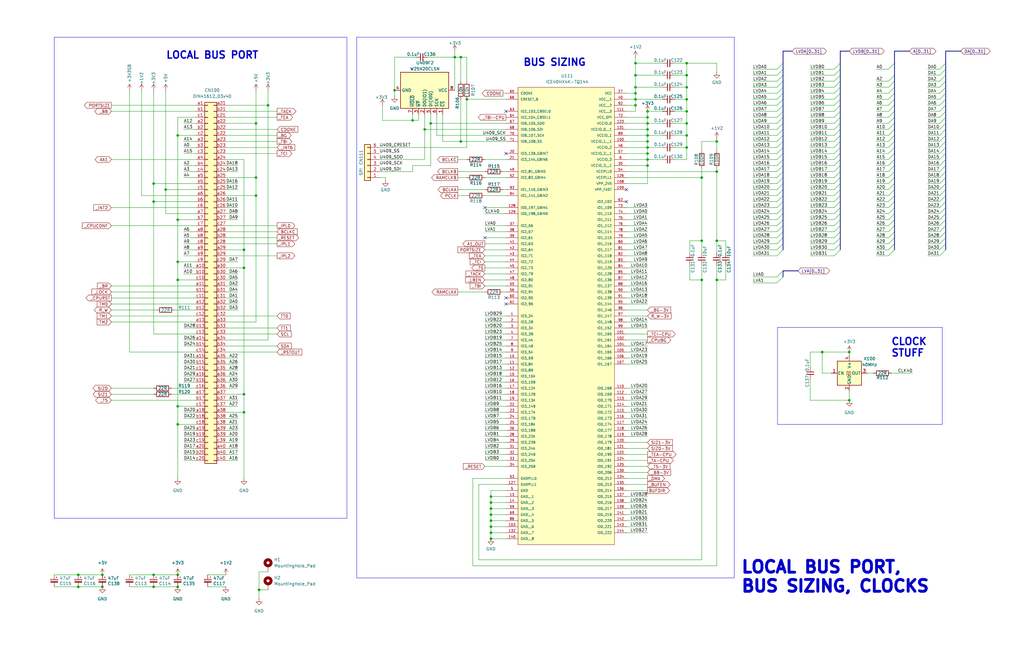
<source format=kicad_sch>
(kicad_sch (version 20231120) (generator "eeschema") (generator_version "8.0")
  (paper "B")
  (title_block (title "AmigaPCI 68040 Local Bus Card") (date "2025-06-29") (rev "5.0"))
  (junction (at 64.77 85.09))
  (junction (at 289.56 62.23))
  (junction (at 273.05 49.53))
  (junction (at 69.85 80.01))
  (junction (at 289.56 31.75))
  (junction (at 179.07 54.61))
  (junction (at 289.56 26.67))
  (junction (at 273.05 52.07))
  (junction (at 102.87 166.37))
  (junction (at 295.91 101.6))
  (junction (at 207.01 217.17))
  (junction (at 267.97 44.45))
  (junction (at 173.99 50.8))
  (junction (at 74.93 57.15))
  (junction (at 289.56 41.91))
  (junction (at 191.77 24.13))
  (junction (at 194.31 59.69))
  (junction (at 196.85 41.91))
  (junction (at 302.26 101.6))
  (junction (at 207.01 227.33))
  (junction (at 74.93 110.49))
  (junction (at 33.02 242.57))
  (junction (at 207.01 219.71))
  (junction (at 267.97 31.75))
  (junction (at 207.01 224.79))
  (junction (at 194.31 24.13))
  (junction (at 207.01 212.09))
  (junction (at 113.03 44.45))
  (junction (at 273.05 59.69))
  (junction (at 74.93 247.65))
  (junction (at 64.77 77.47))
  (junction (at 102.87 113.03))
  (junction (at 43.18 242.57))
  (junction (at 295.91 118.11))
  (junction (at 109.22 248.92))
  (junction (at 289.56 52.07))
  (junction (at 289.56 46.99))
  (junction (at 74.93 118.11))
  (junction (at 302.26 72.39))
  (junction (at 302.26 118.11))
  (junction (at 102.87 173.99))
  (junction (at 273.05 64.77))
  (junction (at 181.61 52.07))
  (junction (at 74.93 92.71))
  (junction (at 273.05 67.31))
  (junction (at 273.05 69.85))
  (junction (at 166.37 38.1))
  (junction (at 74.93 242.57))
  (junction (at 102.87 105.41))
  (junction (at 358.14 168.91))
  (junction (at 207.01 222.25))
  (junction (at 107.95 52.07))
  (junction (at 74.93 179.07))
  (junction (at 33.02 247.65))
  (junction (at 273.05 46.99))
  (junction (at 346.71 148.59))
  (junction (at 267.97 26.67))
  (junction (at 273.05 57.15))
  (junction (at 289.56 57.15))
  (junction (at 302.26 59.69))
  (junction (at 267.97 36.83))
  (junction (at 207.01 209.55))
  (junction (at 295.91 74.93))
  (junction (at 289.56 36.83))
  (junction (at 267.97 41.91))
  (junction (at 74.93 171.45))
  (junction (at 358.14 148.59))
  (junction (at 273.05 62.23))
  (junction (at 107.95 82.55))
  (junction (at 273.05 54.61))
  (junction (at 267.97 39.37))
  (junction (at 207.01 214.63))
  (junction (at 64.77 242.57))
  (junction (at 64.77 247.65))
  (junction (at 43.18 247.65))
  (junction (at 107.95 74.93))
  (no_connect (at 204.47 100.33))
  (no_connect (at 204.47 87.63))
  (no_connect (at 213.36 125.73))
  (no_connect (at 264.16 80.01))
  (no_connect (at 213.36 46.99))
  (no_connect (at 264.16 85.09))
  (no_connect (at 213.36 128.27))
  (no_connect (at 213.36 64.77))
  (bus_entry (at 351.79 102.87) (size 2.54 -2.54))
  (bus_entry (at 327.66 69.85) (size 2.54 -2.54))
  (bus_entry (at 396.24 100.33) (size 2.54 -2.54))
  (bus_entry (at 327.66 87.63) (size 2.54 -2.54))
  (bus_entry (at 374.65 87.63) (size 2.54 -2.54))
  (bus_entry (at 374.65 82.55) (size 2.54 -2.54))
  (bus_entry (at 327.66 105.41) (size 2.54 -2.54))
  (bus_entry (at 327.66 77.47) (size 2.54 -2.54))
  (bus_entry (at 374.65 74.93) (size 2.54 -2.54))
  (bus_entry (at 374.65 44.45) (size 2.54 -2.54))
  (bus_entry (at 327.66 52.07) (size 2.54 -2.54))
  (bus_entry (at 327.66 107.95) (size 2.54 -2.54))
  (bus_entry (at 396.24 44.45) (size 2.54 -2.54))
  (bus_entry (at 351.79 44.45) (size 2.54 -2.54))
  (bus_entry (at 374.65 69.85) (size 2.54 -2.54))
  (bus_entry (at 374.65 49.53) (size 2.54 -2.54))
  (bus_entry (at 351.79 39.37) (size 2.54 -2.54))
  (bus_entry (at 351.79 87.63) (size 2.54 -2.54))
  (bus_entry (at 396.24 92.71) (size 2.54 -2.54))
  (bus_entry (at 396.24 69.85) (size 2.54 -2.54))
  (bus_entry (at 351.79 31.75) (size 2.54 -2.54))
  (bus_entry (at 374.65 72.39) (size 2.54 -2.54))
  (bus_entry (at 351.79 62.23) (size 2.54 -2.54))
  (bus_entry (at 351.79 100.33) (size 2.54 -2.54))
  (bus_entry (at 374.65 107.95) (size 2.54 -2.54))
  (bus_entry (at 351.79 77.47) (size 2.54 -2.54))
  (bus_entry (at 351.79 105.41) (size 2.54 -2.54))
  (bus_entry (at 396.24 74.93) (size 2.54 -2.54))
  (bus_entry (at 374.65 34.29) (size 2.54 -2.54))
  (bus_entry (at 327.66 102.87) (size 2.54 -2.54))
  (bus_entry (at 327.66 74.93) (size 2.54 -2.54))
  (bus_entry (at 374.65 36.83) (size 2.54 -2.54))
  (bus_entry (at 396.24 31.75) (size 2.54 -2.54))
  (bus_entry (at 396.24 72.39) (size 2.54 -2.54))
  (bus_entry (at 374.65 92.71) (size 2.54 -2.54))
  (bus_entry (at 351.79 69.85) (size 2.54 -2.54))
  (bus_entry (at 327.66 49.53) (size 2.54 -2.54))
  (bus_entry (at 396.24 105.41) (size 2.54 -2.54))
  (bus_entry (at 396.24 80.01) (size 2.54 -2.54))
  (bus_entry (at 396.24 59.69) (size 2.54 -2.54))
  (bus_entry (at 351.79 64.77) (size 2.54 -2.54))
  (bus_entry (at 374.65 62.23) (size 2.54 -2.54))
  (bus_entry (at 327.66 72.39) (size 2.54 -2.54))
  (bus_entry (at 351.79 97.79) (size 2.54 -2.54))
  (bus_entry (at 396.24 57.15) (size 2.54 -2.54))
  (bus_entry (at 396.24 52.07) (size 2.54 -2.54))
  (bus_entry (at 327.66 39.37) (size 2.54 -2.54))
  (bus_entry (at 351.79 34.29) (size 2.54 -2.54))
  (bus_entry (at 327.66 57.15) (size 2.54 -2.54))
  (bus_entry (at 374.65 29.21) (size 2.54 -2.54))
  (bus_entry (at 396.24 39.37) (size 2.54 -2.54))
  (bus_entry (at 396.24 41.91) (size 2.54 -2.54))
  (bus_entry (at 351.79 92.71) (size 2.54 -2.54))
  (bus_entry (at 374.65 80.01) (size 2.54 -2.54))
  (bus_entry (at 327.66 67.31) (size 2.54 -2.54))
  (bus_entry (at 396.24 102.87) (size 2.54 -2.54))
  (bus_entry (at 374.65 85.09) (size 2.54 -2.54))
  (bus_entry (at 396.24 49.53) (size 2.54 -2.54))
  (bus_entry (at 396.24 85.09) (size 2.54 -2.54))
  (bus_entry (at 374.65 57.15) (size 2.54 -2.54))
  (bus_entry (at 396.24 107.95) (size 2.54 -2.54))
  (bus_entry (at 327.66 116.84) (size 2.54 -2.54))
  (bus_entry (at 327.66 59.69) (size 2.54 -2.54))
  (bus_entry (at 374.65 52.07) (size 2.54 -2.54))
  (bus_entry (at 327.66 97.79) (size 2.54 -2.54))
  (bus_entry (at 374.65 105.41) (size 2.54 -2.54))
  (bus_entry (at 351.79 90.17) (size 2.54 -2.54))
  (bus_entry (at 327.66 41.91) (size 2.54 -2.54))
  (bus_entry (at 396.24 64.77) (size 2.54 -2.54))
  (bus_entry (at 374.65 77.47) (size 2.54 -2.54))
  (bus_entry (at 396.24 77.47) (size 2.54 -2.54))
  (bus_entry (at 351.79 29.21) (size 2.54 -2.54))
  (bus_entry (at 396.24 46.99) (size 2.54 -2.54))
  (bus_entry (at 351.79 57.15) (size 2.54 -2.54))
  (bus_entry (at 327.66 31.75) (size 2.54 -2.54))
  (bus_entry (at 351.79 52.07) (size 2.54 -2.54))
  (bus_entry (at 351.79 107.95) (size 2.54 -2.54))
  (bus_entry (at 396.24 62.23) (size 2.54 -2.54))
  (bus_entry (at 327.66 92.71) (size 2.54 -2.54))
  (bus_entry (at 327.66 54.61) (size 2.54 -2.54))
  (bus_entry (at 327.66 36.83) (size 2.54 -2.54))
  (bus_entry (at 351.79 67.31) (size 2.54 -2.54))
  (bus_entry (at 396.24 36.83) (size 2.54 -2.54))
  (bus_entry (at 396.24 97.79) (size 2.54 -2.54))
  (bus_entry (at 327.66 34.29) (size 2.54 -2.54))
  (bus_entry (at 374.65 39.37) (size 2.54 -2.54))
  (bus_entry (at 351.79 72.39) (size 2.54 -2.54))
  (bus_entry (at 374.65 46.99) (size 2.54 -2.54))
  (bus_entry (at 351.79 95.25) (size 2.54 -2.54))
  (bus_entry (at 327.66 29.21) (size 2.54 -2.54))
  (bus_entry (at 374.65 41.91) (size 2.54 -2.54))
  (bus_entry (at 327.66 62.23) (size 2.54 -2.54))
  (bus_entry (at 327.66 85.09) (size 2.54 -2.54))
  (bus_entry (at 396.24 95.25) (size 2.54 -2.54))
  (bus_entry (at 327.66 46.99) (size 2.54 -2.54))
  (bus_entry (at 396.24 87.63) (size 2.54 -2.54))
  (bus_entry (at 396.24 54.61) (size 2.54 -2.54))
  (bus_entry (at 374.65 59.69) (size 2.54 -2.54))
  (bus_entry (at 327.66 82.55) (size 2.54 -2.54))
  (bus_entry (at 351.79 80.01) (size 2.54 -2.54))
  (bus_entry (at 327.66 90.17) (size 2.54 -2.54))
  (bus_entry (at 351.79 59.69) (size 2.54 -2.54))
  (bus_entry (at 351.79 54.61) (size 2.54 -2.54))
  (bus_entry (at 327.66 119.38) (size 2.54 -2.54))
  (bus_entry (at 327.66 44.45) (size 2.54 -2.54))
  (bus_entry (at 351.79 85.09) (size 2.54 -2.54))
  (bus_entry (at 351.79 74.93) (size 2.54 -2.54))
  (bus_entry (at 351.79 36.83) (size 2.54 -2.54))
  (bus_entry (at 351.79 46.99) (size 2.54 -2.54))
  (bus_entry (at 374.65 90.17) (size 2.54 -2.54))
  (bus_entry (at 374.65 67.31) (size 2.54 -2.54))
  (bus_entry (at 396.24 34.29) (size 2.54 -2.54))
  (bus_entry (at 374.65 54.61) (size 2.54 -2.54))
  (bus_entry (at 374.65 64.77) (size 2.54 -2.54))
  (bus_entry (at 351.79 82.55) (size 2.54 -2.54))
  (bus_entry (at 396.24 67.31) (size 2.54 -2.54))
  (bus_entry (at 396.24 90.17) (size 2.54 -2.54))
  (bus_entry (at 351.79 41.91) (size 2.54 -2.54))
  (bus_entry (at 327.66 95.25) (size 2.54 -2.54))
  (bus_entry (at 327.66 64.77) (size 2.54 -2.54))
  (bus_entry (at 351.79 49.53) (size 2.54 -2.54))
  (bus_entry (at 374.65 100.33) (size 2.54 -2.54))
  (bus_entry (at 374.65 102.87) (size 2.54 -2.54))
  (bus_entry (at 374.65 95.25) (size 2.54 -2.54))
  (bus_entry (at 396.24 82.55) (size 2.54 -2.54))
  (bus_entry (at 327.66 80.01) (size 2.54 -2.54))
  (bus_entry (at 374.65 97.79) (size 2.54 -2.54))
  (bus_entry (at 327.66 100.33) (size 2.54 -2.54))
  (bus_entry (at 396.24 29.21) (size 2.54 -2.54))
  (wire (pts (xy 204.47 140.97) (xy 213.36 140.97)))
  (wire (pts (xy 264.16 201.93) (xy 273.05 201.93)))
  (bus (pts (xy 330.2 95.25) (xy 330.2 97.79)))
  (wire (pts (xy 264.16 102.87) (xy 273.05 102.87)))
  (bus (pts (xy 377.19 26.67) (xy 377.19 31.75)))
  (wire (pts (xy 212.09 39.37) (xy 213.36 39.37)))
  (wire (pts (xy 391.16 74.93) (xy 396.24 74.93)))
  (bus (pts (xy 354.33 62.23) (xy 354.33 64.77)))
  (wire (pts (xy 181.61 52.07) (xy 213.36 52.07)))
  (bus (pts (xy 377.19 97.79) (xy 377.19 100.33)))
  (wire (pts (xy 204.47 153.67) (xy 213.36 153.67)))
  (bus (pts (xy 330.2 69.85) (xy 330.2 72.39)))
  (wire (pts (xy 264.16 97.79) (xy 273.05 97.79)))
  (wire (pts (xy 273.05 59.69) (xy 273.05 62.23)))
  (wire (pts (xy 100.33 168.91) (xy 95.25 168.91)))
  (wire (pts (xy 391.16 105.41) (xy 396.24 105.41)))
  (wire (pts (xy 207.01 207.01) (xy 207.01 209.55)))
  (wire (pts (xy 341.63 46.99) (xy 351.79 46.99)))
  (bus (pts (xy 330.2 31.75) (xy 330.2 34.29)))
  (wire (pts (xy 74.93 118.11) (xy 74.93 171.45)))
  (wire (pts (xy 273.05 130.81) (xy 264.16 130.81)))
  (wire (pts (xy 341.63 95.25) (xy 351.79 95.25)))
  (wire (pts (xy 191.77 38.1) (xy 191.77 24.13)))
  (wire (pts (xy 264.16 214.63) (xy 273.05 214.63)))
  (bus (pts (xy 354.33 102.87) (xy 354.33 105.41)))
  (wire (pts (xy 59.69 82.55) (xy 82.55 82.55)))
  (bus (pts (xy 330.2 97.79) (xy 330.2 100.33)))
  (wire (pts (xy 290.83 101.6) (xy 295.91 101.6)))
  (wire (pts (xy 391.16 87.63) (xy 396.24 87.63)))
  (wire (pts (xy 95.25 113.03) (xy 102.87 113.03)))
  (bus (pts (xy 398.78 62.23) (xy 398.78 59.69)))
  (wire (pts (xy 77.47 186.69) (xy 82.55 186.69)))
  (wire (pts (xy 369.57 54.61) (xy 374.65 54.61)))
  (bus (pts (xy 377.19 52.07) (xy 377.19 54.61)))
  (wire (pts (xy 64.77 242.57) (xy 74.93 242.57)))
  (wire (pts (xy 100.33 72.39) (xy 95.25 72.39)))
  (bus (pts (xy 354.33 95.25) (xy 354.33 97.79)))
  (wire (pts (xy 46.99 128.27) (xy 82.55 128.27)))
  (wire (pts (xy 196.85 62.23) (xy 196.85 41.91)))
  (wire (pts (xy 341.63 160.02) (xy 341.63 168.91)))
  (wire (pts (xy 264.16 115.57) (xy 273.05 115.57)))
  (bus (pts (xy 398.78 69.85) (xy 398.78 67.31)))
  (bus (pts (xy 398.78 97.79) (xy 398.78 95.25)))
  (wire (pts (xy 95.25 143.51) (xy 113.03 143.51)))
  (wire (pts (xy 69.85 38.1) (xy 69.85 80.01)))
  (wire (pts (xy 369.57 46.99) (xy 374.65 46.99)))
  (bus (pts (xy 377.19 57.15) (xy 377.19 59.69)))
  (wire (pts (xy 179.07 48.26) (xy 179.07 54.61)))
  (bus (pts (xy 398.78 52.07) (xy 398.78 49.53)))
  (wire (pts (xy 213.36 146.05) (xy 204.47 146.05)))
  (wire (pts (xy 213.36 181.61) (xy 204.47 181.61)))
  (wire (pts (xy 317.5 29.21) (xy 327.66 29.21)))
  (wire (pts (xy 369.57 82.55) (xy 374.65 82.55)))
  (wire (pts (xy 204.47 107.95) (xy 213.36 107.95)))
  (wire (pts (xy 100.33 110.49) (xy 95.25 110.49)))
  (bus (pts (xy 398.78 36.83) (xy 398.78 34.29)))
  (wire (pts (xy 77.47 153.67) (xy 82.55 153.67)))
  (wire (pts (xy 77.47 52.07) (xy 82.55 52.07)))
  (bus (pts (xy 330.2 62.23) (xy 330.2 64.77)))
  (wire (pts (xy 273.05 135.89) (xy 264.16 135.89)))
  (wire (pts (xy 289.56 36.83) (xy 289.56 31.75)))
  (wire (pts (xy 341.63 69.85) (xy 351.79 69.85)))
  (wire (pts (xy 196.85 67.31) (xy 193.04 67.31)))
  (wire (pts (xy 341.63 85.09) (xy 351.79 85.09)))
  (wire (pts (xy 375.92 157.48) (xy 384.81 157.48)))
  (wire (pts (xy 33.02 242.57) (xy 43.18 242.57)))
  (bus (pts (xy 398.78 59.69) (xy 398.78 57.15)))
  (bus (pts (xy 398.78 54.61) (xy 398.78 52.07)))
  (wire (pts (xy 267.97 36.83) (xy 279.4 36.83)))
  (wire (pts (xy 264.16 168.91) (xy 273.05 168.91)))
  (wire (pts (xy 317.5 92.71) (xy 327.66 92.71)))
  (wire (pts (xy 95.25 67.31) (xy 102.87 67.31)))
  (bus (pts (xy 330.2 92.71) (xy 330.2 95.25)))
  (wire (pts (xy 77.47 100.33) (xy 82.55 100.33)))
  (wire (pts (xy 369.57 64.77) (xy 374.65 64.77)))
  (bus (pts (xy 398.78 41.91) (xy 398.78 39.37)))
  (bus (pts (xy 354.33 52.07) (xy 354.33 54.61)))
  (wire (pts (xy 107.95 82.55) (xy 107.95 135.89)))
  (wire (pts (xy 201.93 204.47) (xy 213.36 204.47)))
  (wire (pts (xy 317.5 62.23) (xy 327.66 62.23)))
  (bus (pts (xy 398.78 64.77) (xy 398.78 62.23)))
  (wire (pts (xy 100.33 69.85) (xy 95.25 69.85)))
  (wire (pts (xy 95.25 102.87) (xy 116.84 102.87)))
  (wire (pts (xy 74.93 92.71) (xy 82.55 92.71)))
  (bus (pts (xy 398.78 80.01) (xy 398.78 77.47)))
  (wire (pts (xy 264.16 128.27) (xy 273.05 128.27)))
  (wire (pts (xy 317.5 87.63) (xy 327.66 87.63)))
  (wire (pts (xy 64.77 247.65) (xy 74.93 247.65)))
  (wire (pts (xy 77.47 97.79) (xy 82.55 97.79)))
  (wire (pts (xy 317.5 102.87) (xy 327.66 102.87)))
  (wire (pts (xy 204.47 143.51) (xy 213.36 143.51)))
  (wire (pts (xy 273.05 133.35) (xy 264.16 133.35)))
  (wire (pts (xy 317.5 34.29) (xy 327.66 34.29)))
  (bus (pts (xy 354.33 29.21) (xy 354.33 31.75)))
  (wire (pts (xy 77.47 161.29) (xy 82.55 161.29)))
  (wire (pts (xy 77.47 146.05) (xy 82.55 146.05)))
  (wire (pts (xy 341.63 34.29) (xy 351.79 34.29)))
  (wire (pts (xy 54.61 148.59) (xy 82.55 148.59)))
  (wire (pts (xy 369.57 44.45) (xy 374.65 44.45)))
  (wire (pts (xy 100.33 176.53) (xy 95.25 176.53)))
  (wire (pts (xy 100.33 120.65) (xy 95.25 120.65)))
  (wire (pts (xy 207.01 209.55) (xy 207.01 212.09)))
  (wire (pts (xy 204.47 123.19) (xy 193.04 123.19)))
  (wire (pts (xy 213.36 186.69) (xy 204.47 186.69)))
  (bus (pts (xy 330.2 46.99) (xy 330.2 49.53)))
  (wire (pts (xy 341.63 41.91) (xy 351.79 41.91)))
  (wire (pts (xy 369.57 59.69) (xy 374.65 59.69)))
  (bus (pts (xy 398.78 102.87) (xy 398.78 100.33)))
  (wire (pts (xy 95.25 148.59) (xy 116.84 148.59)))
  (wire (pts (xy 317.5 80.01) (xy 327.66 80.01)))
  (wire (pts (xy 204.47 113.03) (xy 213.36 113.03)))
  (wire (pts (xy 369.57 102.87) (xy 374.65 102.87)))
  (wire (pts (xy 95.25 146.05) (xy 116.84 146.05)))
  (wire (pts (xy 289.56 26.67) (xy 284.48 26.67)))
  (wire (pts (xy 267.97 41.91) (xy 267.97 44.45)))
  (bus (pts (xy 354.33 92.71) (xy 354.33 95.25)))
  (wire (pts (xy 369.57 29.21) (xy 374.65 29.21)))
  (wire (pts (xy 317.5 36.83) (xy 327.66 36.83)))
  (wire (pts (xy 264.16 95.25) (xy 273.05 95.25)))
  (wire (pts (xy 100.33 130.81) (xy 95.25 130.81)))
  (wire (pts (xy 346.71 148.59) (xy 358.14 148.59)))
  (wire (pts (xy 100.33 184.15) (xy 95.25 184.15)))
  (wire (pts (xy 273.05 62.23) (xy 279.4 62.23)))
  (wire (pts (xy 264.16 118.11) (xy 273.05 118.11)))
  (wire (pts (xy 317.5 69.85) (xy 327.66 69.85)))
  (bus (pts (xy 398.78 105.41) (xy 398.78 102.87)))
  (wire (pts (xy 264.16 146.05) (xy 273.05 146.05)))
  (wire (pts (xy 213.36 87.63) (xy 204.47 87.63)))
  (wire (pts (xy 267.97 24.13) (xy 267.97 26.67)))
  (wire (pts (xy 179.07 54.61) (xy 179.07 67.31)))
  (bus (pts (xy 377.19 54.61) (xy 377.19 57.15)))
  (wire (pts (xy 273.05 140.97) (xy 264.16 140.97)))
  (wire (pts (xy 179.07 67.31) (xy 160.02 67.31)))
  (wire (pts (xy 95.25 173.99) (xy 102.87 173.99)))
  (bus (pts (xy 330.2 102.87) (xy 330.2 105.41)))
  (wire (pts (xy 273.05 67.31) (xy 273.05 69.85)))
  (wire (pts (xy 77.47 184.15) (xy 82.55 184.15)))
  (wire (pts (xy 100.33 171.45) (xy 95.25 171.45)))
  (wire (pts (xy 391.16 82.55) (xy 396.24 82.55)))
  (wire (pts (xy 191.77 24.13) (xy 191.77 21.59)))
  (wire (pts (xy 317.5 100.33) (xy 327.66 100.33)))
  (wire (pts (xy 346.71 157.48) (xy 346.71 148.59)))
  (wire (pts (xy 273.05 49.53) (xy 273.05 52.07)))
  (wire (pts (xy 317.5 54.61) (xy 327.66 54.61)))
  (wire (pts (xy 273.05 46.99) (xy 273.05 49.53)))
  (wire (pts (xy 77.47 113.03) (xy 82.55 113.03)))
  (wire (pts (xy 207.01 212.09) (xy 213.36 212.09)))
  (wire (pts (xy 369.57 67.31) (xy 374.65 67.31)))
  (bus (pts (xy 330.2 64.77) (xy 330.2 67.31)))
  (bus (pts (xy 330.2 87.63) (xy 330.2 90.17)))
  (bus (pts (xy 330.2 49.53) (xy 330.2 52.07)))
  (wire (pts (xy 273.05 181.61) (xy 264.16 181.61)))
  (wire (pts (xy 109.22 241.3) (xy 109.22 248.92)))
  (wire (pts (xy 196.85 24.13) (xy 194.31 24.13)))
  (wire (pts (xy 341.63 82.55) (xy 351.79 82.55)))
  (wire (pts (xy 109.22 248.92) (xy 113.03 248.92)))
  (wire (pts (xy 109.22 248.92) (xy 109.22 252.73)))
  (wire (pts (xy 204.47 97.79) (xy 213.36 97.79)))
  (wire (pts (xy 161.29 50.8) (xy 173.99 50.8)))
  (wire (pts (xy 391.16 92.71) (xy 396.24 92.71)))
  (bus (pts (xy 377.19 59.69) (xy 377.19 62.23)))
  (wire (pts (xy 74.93 171.45) (xy 82.55 171.45)))
  (wire (pts (xy 213.36 156.21) (xy 204.47 156.21)))
  (wire (pts (xy 74.93 179.07) (xy 74.93 201.93)))
  (wire (pts (xy 46.99 163.83) (xy 64.77 163.83)))
  (wire (pts (xy 100.33 186.69) (xy 95.25 186.69)))
  (wire (pts (xy 59.69 38.1) (xy 59.69 82.55)))
  (bus (pts (xy 354.33 72.39) (xy 354.33 74.93)))
  (wire (pts (xy 264.16 209.55) (xy 273.05 209.55)))
  (wire (pts (xy 181.61 69.85) (xy 173.99 69.85)))
  (wire (pts (xy 77.47 138.43) (xy 82.55 138.43)))
  (wire (pts (xy 273.05 179.07) (xy 264.16 179.07)))
  (wire (pts (xy 273.05 191.77) (xy 264.16 191.77)))
  (wire (pts (xy 284.48 67.31) (xy 289.56 67.31)))
  (wire (pts (xy 369.57 90.17) (xy 374.65 90.17)))
  (wire (pts (xy 173.99 69.85) (xy 173.99 72.39)))
  (wire (pts (xy 72.39 163.83) (xy 82.55 163.83)))
  (wire (pts (xy 267.97 26.67) (xy 279.4 26.67)))
  (bus (pts (xy 398.78 39.37) (xy 398.78 36.83)))
  (wire (pts (xy 264.16 107.95) (xy 273.05 107.95)))
  (wire (pts (xy 95.25 74.93) (xy 107.95 74.93)))
  (wire (pts (xy 302.26 101.6) (xy 306.07 101.6)))
  (wire (pts (xy 391.16 102.87) (xy 396.24 102.87)))
  (wire (pts (xy 391.16 77.47) (xy 396.24 77.47)))
  (wire (pts (xy 95.25 107.95) (xy 116.84 107.95)))
  (wire (pts (xy 317.5 74.93) (xy 327.66 74.93)))
  (wire (pts (xy 213.36 176.53) (xy 204.47 176.53)))
  (wire (pts (xy 273.05 138.43) (xy 264.16 138.43)))
  (wire (pts (xy 391.16 57.15) (xy 396.24 57.15)))
  (wire (pts (xy 273.05 52.07) (xy 279.4 52.07)))
  (wire (pts (xy 87.63 247.65) (xy 95.25 247.65)))
  (wire (pts (xy 273.05 186.69) (xy 264.16 186.69)))
  (bus (pts (xy 330.2 67.31) (xy 330.2 69.85)))
  (wire (pts (xy 264.16 46.99) (xy 267.97 46.99)))
  (bus (pts (xy 330.2 80.01) (xy 330.2 82.55)))
  (wire (pts (xy 290.83 118.11) (xy 295.91 118.11)))
  (bus (pts (xy 354.33 39.37) (xy 354.33 41.91)))
  (bus (pts (xy 377.19 87.63) (xy 377.19 90.17)))
  (wire (pts (xy 100.33 87.63) (xy 95.25 87.63)))
  (wire (pts (xy 289.56 31.75) (xy 289.56 26.67)))
  (bus (pts (xy 354.33 36.83) (xy 354.33 39.37)))
  (wire (pts (xy 95.25 138.43) (xy 116.84 138.43)))
  (wire (pts (xy 264.16 39.37) (xy 267.97 39.37)))
  (wire (pts (xy 74.93 171.45) (xy 74.93 179.07)))
  (wire (pts (xy 95.25 64.77) (xy 116.84 64.77)))
  (wire (pts (xy 264.16 153.67) (xy 273.05 153.67)))
  (bus (pts (xy 330.2 82.55) (xy 330.2 85.09)))
  (wire (pts (xy 264.16 110.49) (xy 273.05 110.49)))
  (wire (pts (xy 289.56 46.99) (xy 289.56 52.07)))
  (bus (pts (xy 330.2 26.67) (xy 330.2 29.21)))
  (wire (pts (xy 358.14 165.1) (xy 358.14 168.91)))
  (wire (pts (xy 273.05 54.61) (xy 273.05 57.15)))
  (bus (pts (xy 398.78 100.33) (xy 398.78 97.79)))
  (bus (pts (xy 398.78 31.75) (xy 398.78 29.21)))
  (wire (pts (xy 369.57 39.37) (xy 374.65 39.37)))
  (wire (pts (xy 74.93 49.53) (xy 82.55 49.53)))
  (wire (pts (xy 369.57 105.41) (xy 374.65 105.41)))
  (wire (pts (xy 289.56 62.23) (xy 289.56 67.31)))
  (bus (pts (xy 377.19 41.91) (xy 377.19 44.45)))
  (wire (pts (xy 264.16 59.69) (xy 273.05 59.69)))
  (wire (pts (xy 100.33 115.57) (xy 95.25 115.57)))
  (bus (pts (xy 398.78 46.99) (xy 398.78 44.45)))
  (bus (pts (xy 398.78 74.93) (xy 398.78 72.39)))
  (wire (pts (xy 341.63 87.63) (xy 351.79 87.63)))
  (wire (pts (xy 194.31 41.91) (xy 194.31 59.69)))
  (bus (pts (xy 354.33 100.33) (xy 354.33 102.87)))
  (wire (pts (xy 204.47 95.25) (xy 213.36 95.25)))
  (bus (pts (xy 377.19 74.93) (xy 377.19 77.47)))
  (wire (pts (xy 207.01 217.17) (xy 207.01 219.71)))
  (wire (pts (xy 273.05 62.23) (xy 273.05 64.77)))
  (wire (pts (xy 273.05 184.15) (xy 264.16 184.15)))
  (bus (pts (xy 377.19 102.87) (xy 377.19 105.41)))
  (wire (pts (xy 22.86 247.65) (xy 33.02 247.65)))
  (bus (pts (xy 354.33 74.93) (xy 354.33 77.47)))
  (wire (pts (xy 341.63 44.45) (xy 351.79 44.45)))
  (wire (pts (xy 100.33 194.31) (xy 95.25 194.31)))
  (wire (pts (xy 100.33 179.07) (xy 95.25 179.07)))
  (wire (pts (xy 213.36 194.31) (xy 204.47 194.31)))
  (wire (pts (xy 100.33 161.29) (xy 95.25 161.29)))
  (wire (pts (xy 204.47 171.45) (xy 213.36 171.45)))
  (wire (pts (xy 100.33 163.83) (xy 95.25 163.83)))
  (wire (pts (xy 341.63 92.71) (xy 351.79 92.71)))
  (wire (pts (xy 100.33 92.71) (xy 95.25 92.71)))
  (wire (pts (xy 317.5 77.47) (xy 327.66 77.47)))
  (wire (pts (xy 77.47 64.77) (xy 82.55 64.77)))
  (wire (pts (xy 72.39 166.37) (xy 82.55 166.37)))
  (wire (pts (xy 181.61 48.26) (xy 181.61 52.07)))
  (wire (pts (xy 100.33 156.21) (xy 95.25 156.21)))
  (bus (pts (xy 330.2 57.15) (xy 330.2 59.69)))
  (wire (pts (xy 100.33 128.27) (xy 95.25 128.27)))
  (wire (pts (xy 95.25 54.61) (xy 116.84 54.61)))
  (bus (pts (xy 377.19 44.45) (xy 377.19 46.99)))
  (wire (pts (xy 74.93 92.71) (xy 74.93 110.49)))
  (bus (pts (xy 330.2 34.29) (xy 330.2 36.83)))
  (bus (pts (xy 377.19 95.25) (xy 377.19 97.79)))
  (wire (pts (xy 46.99 120.65) (xy 82.55 120.65)))
  (wire (pts (xy 186.69 59.69) (xy 186.69 48.26)))
  (wire (pts (xy 74.93 118.11) (xy 82.55 118.11)))
  (wire (pts (xy 317.5 67.31) (xy 327.66 67.31)))
  (wire (pts (xy 341.63 90.17) (xy 351.79 90.17)))
  (wire (pts (xy 207.01 222.25) (xy 207.01 224.79)))
  (bus (pts (xy 354.33 21.59) (xy 358.14 21.59)))
  (wire (pts (xy 95.25 52.07) (xy 107.95 52.07)))
  (wire (pts (xy 95.25 95.25) (xy 116.84 95.25)))
  (wire (pts (xy 173.99 48.26) (xy 173.99 50.8)))
  (wire (pts (xy 289.56 46.99) (xy 289.56 41.91)))
  (wire (pts (xy 77.47 74.93) (xy 82.55 74.93)))
  (wire (pts (xy 82.55 90.17) (xy 69.85 90.17)))
  (wire (pts (xy 264.16 67.31) (xy 273.05 67.31)))
  (wire (pts (xy 207.01 207.01) (xy 213.36 207.01)))
  (bus (pts (xy 354.33 59.69) (xy 354.33 62.23)))
  (wire (pts (xy 302.26 238.76) (xy 302.26 118.11)))
  (wire (pts (xy 264.16 207.01) (xy 273.05 207.01)))
  (wire (pts (xy 295.91 59.69) (xy 302.26 59.69)))
  (bus (pts (xy 398.78 85.09) (xy 398.78 82.55)))
  (wire (pts (xy 295.91 63.5) (xy 295.91 59.69)))
  (wire (pts (xy 95.25 97.79) (xy 116.84 97.79)))
  (wire (pts (xy 213.36 74.93) (xy 204.47 74.93)))
  (wire (pts (xy 317.5 52.07) (xy 327.66 52.07)))
  (wire (pts (xy 77.47 54.61) (xy 82.55 54.61)))
  (wire (pts (xy 317.5 64.77) (xy 327.66 64.77)))
  (wire (pts (xy 273.05 173.99) (xy 264.16 173.99)))
  (wire (pts (xy 74.93 110.49) (xy 82.55 110.49)))
  (wire (pts (xy 273.05 143.51) (xy 264.16 143.51)))
  (wire (pts (xy 102.87 67.31) (xy 102.87 105.41)))
  (wire (pts (xy 273.05 77.47) (xy 264.16 77.47)))
  (wire (pts (xy 54.61 247.65) (xy 64.77 247.65)))
  (wire (pts (xy 95.25 44.45) (xy 113.03 44.45)))
  (wire (pts (xy 100.33 123.19) (xy 95.25 123.19)))
  (bus (pts (xy 330.2 41.91) (xy 330.2 44.45)))
  (wire (pts (xy 317.5 119.38) (xy 327.66 119.38)))
  (wire (pts (xy 95.25 133.35) (xy 116.84 133.35)))
  (wire (pts (xy 199.39 201.93) (xy 213.36 201.93)))
  (wire (pts (xy 284.48 31.75) (xy 289.56 31.75)))
  (wire (pts (xy 369.57 80.01) (xy 374.65 80.01)))
  (wire (pts (xy 341.63 107.95) (xy 351.79 107.95)))
  (wire (pts (xy 341.63 97.79) (xy 351.79 97.79)))
  (wire (pts (xy 46.99 168.91) (xy 82.55 168.91)))
  (wire (pts (xy 369.57 95.25) (xy 374.65 95.25)))
  (wire (pts (xy 207.01 214.63) (xy 213.36 214.63)))
  (bus (pts (xy 377.19 34.29) (xy 377.19 36.83)))
  (wire (pts (xy 213.36 82.55) (xy 204.47 82.55)))
  (wire (pts (xy 341.63 148.59) (xy 341.63 154.94)))
  (wire (pts (xy 341.63 72.39) (xy 351.79 72.39)))
  (wire (pts (xy 391.16 29.21) (xy 396.24 29.21)))
  (wire (pts (xy 213.36 67.31) (xy 204.47 67.31)))
  (wire (pts (xy 341.63 74.93) (xy 351.79 74.93)))
  (bus (pts (xy 377.19 39.37) (xy 377.19 41.91)))
  (bus (pts (xy 354.33 57.15) (xy 354.33 59.69)))
  (wire (pts (xy 207.01 217.17) (xy 213.36 217.17)))
  (wire (pts (xy 166.37 40.64) (xy 166.37 38.1)))
  (wire (pts (xy 204.47 80.01) (xy 193.04 80.01)))
  (wire (pts (xy 213.36 184.15) (xy 204.47 184.15)))
  (wire (pts (xy 199.39 201.93) (xy 199.39 238.76)))
  (wire (pts (xy 204.47 135.89) (xy 213.36 135.89)))
  (wire (pts (xy 267.97 41.91) (xy 279.4 41.91)))
  (bus (pts (xy 330.2 21.59) (xy 334.01 21.59)))
  (wire (pts (xy 69.85 80.01) (xy 82.55 80.01)))
  (wire (pts (xy 369.57 72.39) (xy 374.65 72.39)))
  (wire (pts (xy 369.57 62.23) (xy 374.65 62.23)))
  (wire (pts (xy 317.5 105.41) (xy 327.66 105.41)))
  (wire (pts (xy 295.91 71.12) (xy 295.91 74.93)))
  (wire (pts (xy 160.02 72.39) (xy 173.99 72.39)))
  (bus (pts (xy 377.19 49.53) (xy 377.19 52.07)))
  (wire (pts (xy 207.01 214.63) (xy 207.01 217.17)))
  (wire (pts (xy 77.47 107.95) (xy 82.55 107.95)))
  (wire (pts (xy 341.63 100.33) (xy 351.79 100.33)))
  (wire (pts (xy 273.05 57.15) (xy 273.05 59.69)))
  (wire (pts (xy 284.48 52.07) (xy 289.56 52.07)))
  (wire (pts (xy 341.63 64.77) (xy 351.79 64.77)))
  (wire (pts (xy 264.16 151.13) (xy 273.05 151.13)))
  (wire (pts (xy 341.63 54.61) (xy 351.79 54.61)))
  (wire (pts (xy 95.25 140.97) (xy 116.84 140.97)))
  (wire (pts (xy 317.5 49.53) (xy 327.66 49.53)))
  (wire (pts (xy 273.05 67.31) (xy 279.4 67.31)))
  (bus (pts (xy 354.33 90.17) (xy 354.33 92.71)))
  (wire (pts (xy 46.99 95.25) (xy 82.55 95.25)))
  (wire (pts (xy 213.36 161.29) (xy 204.47 161.29)))
  (wire (pts (xy 95.25 46.99) (xy 116.84 46.99)))
  (wire (pts (xy 267.97 36.83) (xy 267.97 39.37)))
  (bus (pts (xy 354.33 44.45) (xy 354.33 46.99)))
  (wire (pts (xy 77.47 59.69) (xy 82.55 59.69)))
  (wire (pts (xy 196.85 82.55) (xy 193.04 82.55)))
  (bus (pts (xy 330.2 59.69) (xy 330.2 62.23)))
  (wire (pts (xy 317.5 85.09) (xy 327.66 85.09)))
  (wire (pts (xy 100.33 125.73) (xy 95.25 125.73)))
  (wire (pts (xy 107.95 135.89) (xy 95.25 135.89)))
  (wire (pts (xy 369.57 85.09) (xy 374.65 85.09)))
  (wire (pts (xy 391.16 41.91) (xy 396.24 41.91)))
  (wire (pts (xy 264.16 204.47) (xy 273.05 204.47)))
  (wire (pts (xy 100.33 80.01) (xy 95.25 80.01)))
  (bus (pts (xy 330.2 44.45) (xy 330.2 46.99)))
  (bus (pts (xy 330.2 74.93) (xy 330.2 77.47)))
  (wire (pts (xy 295.91 236.22) (xy 201.93 236.22)))
  (wire (pts (xy 273.05 199.39) (xy 264.16 199.39)))
  (bus (pts (xy 398.78 49.53) (xy 398.78 46.99)))
  (wire (pts (xy 100.33 181.61) (xy 95.25 181.61)))
  (wire (pts (xy 365.76 157.48) (xy 368.3 157.48)))
  (wire (pts (xy 302.26 26.67) (xy 302.26 30.48)))
  (wire (pts (xy 77.47 102.87) (xy 82.55 102.87)))
  (wire (pts (xy 100.33 118.11) (xy 95.25 118.11)))
  (wire (pts (xy 317.5 31.75) (xy 327.66 31.75)))
  (wire (pts (xy 213.36 118.11) (xy 204.47 118.11)))
  (wire (pts (xy 369.57 100.33) (xy 374.65 100.33)))
  (bus (pts (xy 330.2 114.3) (xy 336.55 114.3)))
  (wire (pts (xy 74.93 57.15) (xy 74.93 92.71)))
  (wire (pts (xy 341.63 77.47) (xy 351.79 77.47)))
  (wire (pts (xy 162.56 74.93) (xy 162.56 76.2)))
  (wire (pts (xy 196.85 34.29) (xy 196.85 24.13)))
  (wire (pts (xy 264.16 222.25) (xy 273.05 222.25)))
  (wire (pts (xy 207.01 219.71) (xy 213.36 219.71)))
  (bus (pts (xy 330.2 29.21) (xy 330.2 31.75)))
  (wire (pts (xy 77.47 69.85) (xy 82.55 69.85)))
  (wire (pts (xy 204.47 110.49) (xy 213.36 110.49)))
  (wire (pts (xy 369.57 97.79) (xy 374.65 97.79)))
  (bus (pts (xy 377.19 69.85) (xy 377.19 72.39)))
  (wire (pts (xy 267.97 39.37) (xy 267.97 41.91)))
  (wire (pts (xy 161.29 44.45) (xy 161.29 50.8)))
  (bus (pts (xy 398.78 90.17) (xy 398.78 87.63)))
  (wire (pts (xy 290.83 111.76) (xy 290.83 118.11)))
  (wire (pts (xy 160.02 62.23) (xy 196.85 62.23)))
  (wire (pts (xy 273.05 69.85) (xy 273.05 77.47)))
  (wire (pts (xy 341.63 49.53) (xy 351.79 49.53)))
  (wire (pts (xy 302.26 59.69) (xy 302.26 63.5)))
  (wire (pts (xy 391.16 36.83) (xy 396.24 36.83)))
  (bus (pts (xy 377.19 36.83) (xy 377.19 39.37)))
  (bus (pts (xy 354.33 67.31) (xy 354.33 69.85)))
  (wire (pts (xy 264.16 217.17) (xy 273.05 217.17)))
  (wire (pts (xy 391.16 107.95) (xy 396.24 107.95)))
  (wire (pts (xy 102.87 173.99) (xy 102.87 201.93)))
  (bus (pts (xy 354.33 80.01) (xy 354.33 82.55)))
  (wire (pts (xy 391.16 59.69) (xy 396.24 59.69)))
  (bus (pts (xy 377.19 100.33) (xy 377.19 102.87)))
  (wire (pts (xy 46.99 133.35) (xy 82.55 133.35)))
  (wire (pts (xy 284.48 46.99) (xy 289.56 46.99)))
  (wire (pts (xy 273.05 64.77) (xy 273.05 67.31)))
  (wire (pts (xy 22.86 242.57) (xy 33.02 242.57)))
  (bus (pts (xy 377.19 31.75) (xy 377.19 34.29)))
  (wire (pts (xy 184.15 57.15) (xy 213.36 57.15)))
  (wire (pts (xy 74.93 57.15) (xy 82.55 57.15)))
  (bus (pts (xy 330.2 77.47) (xy 330.2 80.01)))
  (bus (pts (xy 377.19 77.47) (xy 377.19 80.01)))
  (wire (pts (xy 341.63 31.75) (xy 351.79 31.75)))
  (wire (pts (xy 273.05 57.15) (xy 279.4 57.15)))
  (bus (pts (xy 354.33 31.75) (xy 354.33 34.29)))
  (wire (pts (xy 184.15 57.15) (xy 184.15 48.26)))
  (wire (pts (xy 341.63 105.41) (xy 351.79 105.41)))
  (wire (pts (xy 77.47 191.77) (xy 82.55 191.77)))
  (wire (pts (xy 273.05 194.31) (xy 264.16 194.31)))
  (wire (pts (xy 391.16 100.33) (xy 396.24 100.33)))
  (wire (pts (xy 204.47 191.77) (xy 213.36 191.77)))
  (wire (pts (xy 95.25 105.41) (xy 102.87 105.41)))
  (wire (pts (xy 264.16 74.93) (xy 295.91 74.93)))
  (wire (pts (xy 391.16 95.25) (xy 396.24 95.25)))
  (bus (pts (xy 398.78 44.45) (xy 398.78 41.91)))
  (wire (pts (xy 201.93 236.22) (xy 201.93 204.47)))
  (wire (pts (xy 213.36 173.99) (xy 204.47 173.99)))
  (wire (pts (xy 204.47 151.13) (xy 213.36 151.13)))
  (wire (pts (xy 369.57 52.07) (xy 374.65 52.07)))
  (wire (pts (xy 77.47 173.99) (xy 82.55 173.99)))
  (wire (pts (xy 107.95 38.1) (xy 107.95 52.07)))
  (wire (pts (xy 204.47 133.35) (xy 213.36 133.35)))
  (wire (pts (xy 77.47 176.53) (xy 82.55 176.53)))
  (wire (pts (xy 213.36 158.75) (xy 204.47 158.75)))
  (wire (pts (xy 207.01 219.71) (xy 207.01 222.25)))
  (wire (pts (xy 69.85 80.01) (xy 69.85 90.17)))
  (bus (pts (xy 354.33 97.79) (xy 354.33 100.33)))
  (wire (pts (xy 264.16 148.59) (xy 273.05 148.59)))
  (wire (pts (xy 113.03 44.45) (xy 113.03 143.51)))
  (wire (pts (xy 341.63 148.59) (xy 346.71 148.59)))
  (wire (pts (xy 264.16 176.53) (xy 273.05 176.53)))
  (wire (pts (xy 369.57 49.53) (xy 374.65 49.53)))
  (wire (pts (xy 391.16 85.09) (xy 396.24 85.09)))
  (wire (pts (xy 289.56 57.15) (xy 289.56 62.23)))
  (wire (pts (xy 273.05 171.45) (xy 264.16 171.45)))
  (wire (pts (xy 204.47 102.87) (xy 213.36 102.87)))
  (wire (pts (xy 369.57 34.29) (xy 374.65 34.29)))
  (bus (pts (xy 377.19 72.39) (xy 377.19 74.93)))
  (wire (pts (xy 391.16 49.53) (xy 396.24 49.53)))
  (wire (pts (xy 77.47 72.39) (xy 82.55 72.39)))
  (bus (pts (xy 377.19 21.59) (xy 383.54 21.59)))
  (wire (pts (xy 317.5 107.95) (xy 327.66 107.95)))
  (wire (pts (xy 64.77 140.97) (xy 82.55 140.97)))
  (wire (pts (xy 46.99 130.81) (xy 66.04 130.81)))
  (wire (pts (xy 46.99 166.37) (xy 64.77 166.37)))
  (bus (pts (xy 330.2 52.07) (xy 330.2 54.61)))
  (bus (pts (xy 354.33 41.91) (xy 354.33 44.45)))
  (wire (pts (xy 284.48 57.15) (xy 289.56 57.15)))
  (wire (pts (xy 273.05 224.79) (xy 264.16 224.79)))
  (wire (pts (xy 33.02 247.65) (xy 43.18 247.65)))
  (bus (pts (xy 330.2 54.61) (xy 330.2 57.15)))
  (bus (pts (xy 354.33 77.47) (xy 354.33 80.01)))
  (wire (pts (xy 264.16 120.65) (xy 273.05 120.65)))
  (bus (pts (xy 377.19 85.09) (xy 377.19 87.63)))
  (wire (pts (xy 64.77 38.1) (xy 64.77 77.47)))
  (bus (pts (xy 354.33 46.99) (xy 354.33 49.53)))
  (wire (pts (xy 213.36 115.57) (xy 204.47 115.57)))
  (wire (pts (xy 102.87 113.03) (xy 102.87 166.37)))
  (wire (pts (xy 107.95 52.07) (xy 107.95 74.93)))
  (wire (pts (xy 207.01 222.25) (xy 213.36 222.25)))
  (wire (pts (xy 46.99 125.73) (xy 82.55 125.73)))
  (bus (pts (xy 354.33 34.29) (xy 354.33 36.83)))
  (bus (pts (xy 330.2 36.83) (xy 330.2 39.37)))
  (wire (pts (xy 317.5 59.69) (xy 327.66 59.69)))
  (wire (pts (xy 77.47 158.75) (xy 82.55 158.75)))
  (bus (pts (xy 377.19 90.17) (xy 377.19 92.71)))
  (wire (pts (xy 317.5 90.17) (xy 327.66 90.17)))
  (wire (pts (xy 191.77 24.13) (xy 180.34 24.13)))
  (wire (pts (xy 264.16 163.83) (xy 273.05 163.83)))
  (wire (pts (xy 95.25 57.15) (xy 116.84 57.15)))
  (wire (pts (xy 264.16 72.39) (xy 302.26 72.39)))
  (wire (pts (xy 100.33 189.23) (xy 95.25 189.23)))
  (wire (pts (xy 264.16 49.53) (xy 273.05 49.53)))
  (wire (pts (xy 295.91 74.93) (xy 295.91 101.6)))
  (bus (pts (xy 354.33 54.61) (xy 354.33 57.15)))
  (bus (pts (xy 377.19 21.59) (xy 377.19 26.67)))
  (bus (pts (xy 377.19 80.01) (xy 377.19 82.55)))
  (wire (pts (xy 302.26 72.39) (xy 302.26 101.6)))
  (wire (pts (xy 204.47 100.33) (xy 213.36 100.33)))
  (wire (pts (xy 264.16 64.77) (xy 273.05 64.77)))
  (wire (pts (xy 95.25 49.53) (xy 116.84 49.53)))
  (wire (pts (xy 264.16 87.63) (xy 273.05 87.63)))
  (wire (pts (xy 213.36 123.19) (xy 212.09 123.19)))
  (wire (pts (xy 391.16 67.31) (xy 396.24 67.31)))
  (bus (pts (xy 377.19 67.31) (xy 377.19 69.85)))
  (bus (pts (xy 354.33 85.09) (xy 354.33 87.63)))
  (wire (pts (xy 95.25 59.69) (xy 116.84 59.69)))
  (wire (pts (xy 264.16 105.41) (xy 273.05 105.41)))
  (wire (pts (xy 391.16 90.17) (xy 396.24 90.17)))
  (wire (pts (xy 273.05 189.23) (xy 264.16 189.23)))
  (wire (pts (xy 100.33 158.75) (xy 95.25 158.75)))
  (wire (pts (xy 358.14 148.59) (xy 358.14 149.86)))
  (wire (pts (xy 341.63 36.83) (xy 351.79 36.83)))
  (wire (pts (xy 369.57 74.93) (xy 374.65 74.93)))
  (wire (pts (xy 204.47 72.39) (xy 193.04 72.39)))
  (wire (pts (xy 196.85 41.91) (xy 213.36 41.91)))
  (wire (pts (xy 207.01 209.55) (xy 213.36 209.55)))
  (wire (pts (xy 391.16 54.61) (xy 396.24 54.61)))
  (wire (pts (xy 264.16 69.85) (xy 273.05 69.85)))
  (wire (pts (xy 179.07 54.61) (xy 213.36 54.61)))
  (wire (pts (xy 264.16 219.71) (xy 273.05 219.71)))
  (wire (pts (xy 264.16 41.91) (xy 267.97 41.91)))
  (wire (pts (xy 341.63 59.69) (xy 351.79 59.69)))
  (wire (pts (xy 306.07 118.11) (xy 306.07 111.76)))
  (wire (pts (xy 295.91 118.11) (xy 295.91 236.22)))
  (wire (pts (xy 166.37 38.1) (xy 166.37 24.13)))
  (wire (pts (xy 213.36 72.39) (xy 212.09 72.39)))
  (bus (pts (xy 354.33 26.67) (xy 354.33 21.59)))
  (wire (pts (xy 213.36 138.43) (xy 204.47 138.43)))
  (wire (pts (xy 284.48 62.23) (xy 289.56 62.23)))
  (wire (pts (xy 341.63 80.01) (xy 351.79 80.01)))
  (wire (pts (xy 369.57 87.63) (xy 374.65 87.63)))
  (wire (pts (xy 77.47 115.57) (xy 82.55 115.57)))
  (wire (pts (xy 213.36 120.65) (xy 204.47 120.65)))
  (wire (pts (xy 73.66 130.81) (xy 82.55 130.81)))
  (wire (pts (xy 176.53 48.26) (xy 176.53 50.8)))
  (wire (pts (xy 95.25 166.37) (xy 102.87 166.37)))
  (wire (pts (xy 100.33 151.13) (xy 95.25 151.13)))
  (wire (pts (xy 77.47 105.41) (xy 82.55 105.41)))
  (wire (pts (xy 391.16 72.39) (xy 396.24 72.39)))
  (wire (pts (xy 306.07 101.6) (xy 306.07 106.68)))
  (wire (pts (xy 341.63 102.87) (xy 351.79 102.87)))
  (wire (pts (xy 207.01 224.79) (xy 207.01 227.33)))
  (wire (pts (xy 173.99 50.8) (xy 176.53 50.8)))
  (wire (pts (xy 302.26 26.67) (xy 289.56 26.67)))
  (wire (pts (xy 369.57 36.83) (xy 374.65 36.83)))
  (wire (pts (xy 46.99 135.89) (xy 82.55 135.89)))
  (bus (pts (xy 377.19 62.23) (xy 377.19 64.77)))
  (wire (pts (xy 64.77 85.09) (xy 82.55 85.09)))
  (wire (pts (xy 295.91 111.76) (xy 295.91 118.11)))
  (wire (pts (xy 264.16 62.23) (xy 273.05 62.23)))
  (bus (pts (xy 398.78 92.71) (xy 398.78 90.17)))
  (wire (pts (xy 341.63 29.21) (xy 351.79 29.21)))
  (wire (pts (xy 77.47 181.61) (xy 82.55 181.61)))
  (wire (pts (xy 317.5 116.84) (xy 327.66 116.84)))
  (bus (pts (xy 398.78 82.55) (xy 398.78 80.01)))
  (wire (pts (xy 317.5 97.79) (xy 327.66 97.79)))
  (wire (pts (xy 284.48 41.91) (xy 289.56 41.91)))
  (wire (pts (xy 194.31 59.69) (xy 213.36 59.69)))
  (wire (pts (xy 207.01 224.79) (xy 213.36 224.79)))
  (wire (pts (xy 264.16 90.17) (xy 273.05 90.17)))
  (bus (pts (xy 330.2 90.17) (xy 330.2 92.71)))
  (bus (pts (xy 354.33 64.77) (xy 354.33 67.31)))
  (wire (pts (xy 87.63 242.57) (xy 95.25 242.57)))
  (wire (pts (xy 100.33 153.67) (xy 95.25 153.67)))
  (wire (pts (xy 213.36 90.17) (xy 204.47 90.17)))
  (wire (pts (xy 391.16 46.99) (xy 396.24 46.99)))
  (wire (pts (xy 284.48 36.83) (xy 289.56 36.83)))
  (wire (pts (xy 213.36 163.83) (xy 204.47 163.83)))
  (wire (pts (xy 74.93 179.07) (xy 82.55 179.07)))
  (wire (pts (xy 317.5 82.55) (xy 327.66 82.55)))
  (wire (pts (xy 317.5 39.37) (xy 327.66 39.37)))
  (wire (pts (xy 391.16 80.01) (xy 396.24 80.01)))
  (wire (pts (xy 317.5 41.91) (xy 327.66 41.91)))
  (wire (pts (xy 273.05 166.37) (xy 264.16 166.37)))
  (wire (pts (xy 196.85 74.93) (xy 193.04 74.93)))
  (wire (pts (xy 264.16 125.73) (xy 273.05 125.73)))
  (wire (pts (xy 74.93 49.53) (xy 74.93 57.15)))
  (wire (pts (xy 77.47 62.23) (xy 82.55 62.23)))
  (wire (pts (xy 341.63 57.15) (xy 351.79 57.15)))
  (bus (pts (xy 398.78 21.59) (xy 405.13 21.59)))
  (bus (pts (xy 354.33 82.55) (xy 354.33 85.09)))
  (wire (pts (xy 267.97 26.67) (xy 267.97 31.75)))
  (wire (pts (xy 77.47 194.31) (xy 82.55 194.31)))
  (wire (pts (xy 369.57 41.91) (xy 374.65 41.91)))
  (wire (pts (xy 341.63 39.37) (xy 351.79 39.37)))
  (bus (pts (xy 354.33 69.85) (xy 354.33 72.39)))
  (wire (pts (xy 77.47 151.13) (xy 82.55 151.13)))
  (bus (pts (xy 398.78 34.29) (xy 398.78 31.75)))
  (wire (pts (xy 77.47 189.23) (xy 82.55 189.23)))
  (wire (pts (xy 204.47 148.59) (xy 213.36 148.59)))
  (wire (pts (xy 54.61 38.1) (xy 54.61 148.59)))
  (wire (pts (xy 350.52 157.48) (xy 346.71 157.48)))
  (wire (pts (xy 102.87 166.37) (xy 102.87 173.99)))
  (wire (pts (xy 267.97 44.45) (xy 267.97 46.99)))
  (wire (pts (xy 369.57 77.47) (xy 374.65 77.47)))
  (wire (pts (xy 273.05 52.07) (xy 273.05 54.61)))
  (wire (pts (xy 77.47 143.51) (xy 82.55 143.51)))
  (wire (pts (xy 267.97 31.75) (xy 267.97 36.83)))
  (wire (pts (xy 317.5 57.15) (xy 327.66 57.15)))
  (wire (pts (xy 264.16 57.15) (xy 273.05 57.15)))
  (wire (pts (xy 82.55 44.45) (xy 46.99 44.45)))
  (bus (pts (xy 398.78 77.47) (xy 398.78 74.93)))
  (wire (pts (xy 341.63 62.23) (xy 351.79 62.23)))
  (wire (pts (xy 369.57 57.15) (xy 374.65 57.15)))
  (wire (pts (xy 341.63 168.91) (xy 358.14 168.91)))
  (wire (pts (xy 341.63 67.31) (xy 351.79 67.31)))
  (wire (pts (xy 213.36 189.23) (xy 204.47 189.23)))
  (bus (pts (xy 398.78 57.15) (xy 398.78 54.61)))
  (wire (pts (xy 95.25 100.33) (xy 116.84 100.33)))
  (wire (pts (xy 95.25 62.23) (xy 116.84 62.23)))
  (bus (pts (xy 330.2 26.67) (xy 330.2 21.59)))
  (wire (pts (xy 391.16 31.75) (xy 396.24 31.75)))
  (bus (pts (xy 377.19 64.77) (xy 377.19 67.31)))
  (wire (pts (xy 267.97 31.75) (xy 279.4 31.75)))
  (bus (pts (xy 354.33 49.53) (xy 354.33 52.07)))
  (bus (pts (xy 330.2 39.37) (xy 330.2 41.91)))
  (wire (pts (xy 295.91 106.68) (xy 295.91 101.6)))
  (wire (pts (xy 289.56 52.07) (xy 289.56 57.15)))
  (wire (pts (xy 64.77 77.47) (xy 64.77 85.09)))
  (bus (pts (xy 330.2 85.09) (xy 330.2 87.63)))
  (wire (pts (xy 302.26 58.42) (xy 302.26 59.69)))
  (wire (pts (xy 391.16 69.85) (xy 396.24 69.85)))
  (wire (pts (xy 317.5 95.25) (xy 327.66 95.25)))
  (bus (pts (xy 398.78 67.31) (xy 398.78 64.77)))
  (wire (pts (xy 54.61 242.57) (xy 64.77 242.57)))
  (wire (pts (xy 302.26 118.11) (xy 306.07 118.11)))
  (wire (pts (xy 194.31 24.13) (xy 191.77 24.13)))
  (wire (pts (xy 181.61 69.85) (xy 181.61 52.07)))
  (wire (pts (xy 290.83 106.68) (xy 290.83 101.6)))
  (wire (pts (xy 302.26 106.68) (xy 302.26 101.6)))
  (bus (pts (xy 354.33 87.63) (xy 354.33 90.17)))
  (wire (pts (xy 46.99 87.63) (xy 82.55 87.63)))
  (wire (pts (xy 213.36 80.01) (xy 212.09 80.01)))
  (wire (pts (xy 264.16 52.07) (xy 273.05 52.07)))
  (wire (pts (xy 64.77 77.47) (xy 82.55 77.47)))
  (wire (pts (xy 102.87 105.41) (xy 102.87 113.03)))
  (wire (pts (xy 317.5 72.39) (xy 327.66 72.39)))
  (bus (pts (xy 398.78 72.39) (xy 398.78 69.85)))
  (wire (pts (xy 391.16 39.37) (xy 396.24 39.37)))
  (wire (pts (xy 77.47 156.21) (xy 82.55 156.21)))
  (wire (pts (xy 264.16 92.71) (xy 273.05 92.71)))
  (wire (pts (xy 207.01 212.09) (xy 207.01 214.63)))
  (wire (pts (xy 264.16 44.45) (xy 267.97 44.45)))
  (wire (pts (xy 100.33 77.47) (xy 95.25 77.47)))
  (wire (pts (xy 264.16 54.61) (xy 273.05 54.61)))
  (wire (pts (xy 302.26 118.11) (xy 302.26 111.76)))
  (wire (pts (xy 46.99 46.99) (xy 82.55 46.99)))
  (wire (pts (xy 160.02 74.93) (xy 162.56 74.93)))
  (wire (pts (xy 95.25 82.55) (xy 107.95 82.55)))
  (wire (pts (xy 166.37 24.13) (xy 175.26 24.13)))
  (wire (pts (xy 100.33 85.09) (xy 95.25 85.09)))
  (wire (pts (xy 391.16 64.77) (xy 396.24 64.77)))
  (wire (pts (xy 391.16 44.45) (xy 396.24 44.45)))
  (wire (pts (xy 264.16 100.33) (xy 273.05 100.33)))
  (wire (pts (xy 204.47 196.85) (xy 213.36 196.85)))
  (bus (pts (xy 398.78 95.25) (xy 398.78 92.71)))
  (wire (pts (xy 213.36 168.91) (xy 204.47 168.91)))
  (wire (pts (xy 100.33 191.77) (xy 95.25 191.77)))
  (bus (pts (xy 330.2 114.3) (xy 330.2 116.84)))
  (wire (pts (xy 264.16 113.03) (xy 273.05 113.03)))
  (wire (pts (xy 369.57 92.71) (xy 374.65 92.71)))
  (bus (pts (xy 354.33 26.67) (xy 354.33 29.21)))
  (wire (pts (xy 391.16 52.07) (xy 396.24 52.07)))
  (wire (pts (xy 391.16 62.23) (xy 396.24 62.23)))
  (wire (pts (xy 273.05 123.19) (xy 264.16 123.19)))
  (wire (pts (xy 186.69 59.69) (xy 194.31 59.69)))
  (wire (pts (xy 264.16 212.09) (xy 273.05 212.09)))
  (wire (pts (xy 213.36 166.37) (xy 204.47 166.37)))
  (bus (pts (xy 377.19 46.99) (xy 377.19 49.53)))
  (wire (pts (xy 273.05 196.85) (xy 264.16 196.85)))
  (bus (pts (xy 377.19 92.71) (xy 377.19 95.25)))
  (wire (pts (xy 46.99 123.19) (xy 82.55 123.19)))
  (wire (pts (xy 113.03 38.1) (xy 113.03 44.45)))
  (wire (pts (xy 341.63 52.07) (xy 351.79 52.07)))
  (wire (pts (xy 391.16 34.29) (xy 396.24 34.29)))
  (wire (pts (xy 204.47 179.07) (xy 213.36 179.07)))
  (wire (pts (xy 302.26 71.12) (xy 302.26 72.39)))
  (bus (pts (xy 330.2 72.39) (xy 330.2 74.93)))
  (wire (pts (xy 194.31 24.13) (xy 194.31 34.29)))
  (wire (pts (xy 273.05 46.99) (xy 279.4 46.99)))
  (bus (pts (xy 330.2 100.33) (xy 330.2 102.87)))
  (wire (pts (xy 100.33 90.17) (xy 95.25 90.17)))
  (bus (pts (xy 398.78 87.63) (xy 398.78 85.09)))
  (wire (pts (xy 113.03 241.3) (xy 109.22 241.3)))
  (wire (pts (xy 46.99 67.31) (xy 82.55 67.31)))
  (wire (pts (xy 391.16 97.79) (xy 396.24 97.79)))
  (wire (pts (xy 317.5 46.99) (xy 327.66 46.99)))
  (wire (pts (xy 64.77 85.09) (xy 64.77 140.97)))
  (wire (pts (xy 204.47 105.41) (xy 213.36 105.41)))
  (wire (pts (xy 207.01 227.33) (xy 213.36 227.33)))
  (wire (pts (xy 369.57 107.95) (xy 374.65 107.95)))
  (wire (pts (xy 289.56 41.91) (xy 289.56 36.83)))
  (wire (pts (xy 199.39 238.76) (xy 302.26 238.76)))
  (wire (pts (xy 74.93 110.49) (xy 74.93 118.11)))
  (bus (pts (xy 398.78 26.67) (xy 398.78 21.59)))
  (wire (pts (xy 107.95 82.55) (xy 107.95 74.93)))
  (wire (pts (xy 369.57 69.85) (xy 374.65 69.85)))
  (wire (pts (xy 317.5 44.45) (xy 327.66 44.45)))
  (bus (pts (xy 398.78 29.21) (xy 398.78 26.67)))
  (bus (pts (xy 377.19 82.55) (xy 377.19 85.09)))
  (rectangle (start 150.4 15.7) (end 309.6 243.9))
  (rectangle (start 327.86 138.16) (end 397.36 179.07))
  (rectangle (start 22.86 15.748) (end 146.304 218.694))
  (text "BUS SIZING" (at 220.472 28.194 0) (effects (font (size 3 3) (thickness 0.6) (bold yes)) (justify left bottom)))
  (text "CLOCK\nSTUFF" (at 375.666 150.876 0) (effects (font (size 3 3) (thickness 0.6) (bold yes)) (justify left bottom)))
  (text "LOCAL BUS PORT, \nBUS SIZING, CLOCKS" (at 312.166 250.444 0) (effects (font (size 5 5) (thickness 1.2) (bold yes)) (justify left bottom)))
  (text "LOCAL BUS PORT" (at 69.85 25.146 0) (effects (font (size 3 3) (thickness 0.6) (bold yes)) (justify left bottom)))
  (label "U409_SDI" (at 160.02 72.39 0))
  (label "LVDB7" (at 204.47 176.53 0))
  (label "LVDB14" (at 204.47 148.59 0))
  (label "A2" (at 77.47 69.85 0))
  (label "LVDB22" (at 341.63 85.09 0))
  (label "LVDB16" (at 341.63 69.85 0))
  (label "A6" (at 77.47 97.79 0))
  (label "LVDB14" (at 341.63 64.77 0))
  (label "A20" (at 100.33 184.15 180))
  (label "DA2" (at 391.16 34.29 0))
  (label "A12" (at 77.47 52.07 0))
  (label "LVDA17" (at 273.05 146.05 180))
  (label "DA16" (at 100.33 77.47 180))
  (label "LVDB3" (at 204.47 191.77 0))
  (label "LVDB13" (at 204.47 156.21 0))
  (label "LVDB13" (at 341.63 62.23 0))
  (label "DA26" (at 391.16 95.25 0))
  (label "A13" (at 77.47 54.61 0))
  (label "LVDB15" (at 204.47 151.13 0))
  (label "LVDB18" (at 341.63 74.93 0))
  (label "LVDB0" (at 204.47 194.31 0))
  (label "LVA0" (at 204.47 95.25 0))
  (label "DA1" (at 100.33 125.73 180))
  (label "LVDA26" (at 317.5 95.25 0))
  (label "DA25" (at 391.16 92.71 0))
  (label "DA29" (at 77.47 158.75 0))
  (label "A29" (at 369.57 102.87 0))
  (label "LVDB5" (at 341.63 41.91 0))
  (label "DA16" (at 391.16 69.85 0))
  (label "DA17" (at 391.16 72.39 0))
  (label "LVDA16" (at 273.05 120.65 180))
  (label "LVDB17" (at 204.47 153.67 0))
  (label "LVDA3" (at 273.05 87.63 180))
  (label "DA7" (at 100.33 110.49 180))
  (label "A9" (at 369.57 52.07 0))
  (label "CLK40" (at 204.47 90.17 0))
  (label "LVDB7" (at 341.63 46.99 0))
  (label "LVDB6" (at 341.63 44.45 0))
  (label "LVDA30" (at 273.05 173.99 180))
  (label "LVDB27" (at 341.63 97.79 0))
  (label "LVDA12" (at 273.05 118.11 180))
  (label "A10" (at 369.57 54.61 0))
  (label "LVDA13" (at 273.05 123.19 180))
  (label "DA13" (at 391.16 62.23 0))
  (label "DA29" (at 391.16 102.87 0))
  (label "A29" (at 100.33 163.83 180))
  (label "DA7" (at 391.16 46.99 0))
  (label "LVDB19" (at 341.63 77.47 0))
  (label "LVDA15" (at 317.5 67.31 0))
  (label "LVDB30" (at 273.05 219.71 180))
  (label "DA14" (at 77.47 194.31 0))
  (label "LVDA14" (at 273.05 135.89 180))
  (label "DA18" (at 391.16 74.93 0))
  (label "DA8" (at 391.16 49.53 0))
  (label "LVDA5" (at 273.05 100.33 180))
  (label "DA2" (at 100.33 120.65 180))
  (label "DA27" (at 391.16 97.79 0))
  (label "LVDB21" (at 273.05 217.17 180))
  (label "LVDB27" (at 273.05 224.79 180))
  (label "LVDB19" (at 204.47 143.51 0))
  (label "LVDB12" (at 204.47 161.29 0))
  (label "A10" (at 77.47 115.57 0))
  (label "A17" (at 369.57 72.39 0))
  (label "LVDA7" (at 273.05 105.41 180))
  (label "LVDB1" (at 204.47 184.15 0))
  (label "A26" (at 369.57 95.25 0))
  (label "DA28" (at 77.47 138.43 0))
  (label "LVDB11" (at 341.63 57.15 0))
  (label "LVDA25" (at 273.05 153.67 180))
  (label "LVDA23" (at 317.5 87.63 0))
  (label "LVDA16" (at 317.5 69.85 0))
  (label "DA3" (at 100.33 130.81 180))
  (label "LVDA22" (at 317.5 85.09 0))
  (label "LVDA1" (at 273.05 92.71 180))
  (label "LVDA23" (at 273.05 148.59 180))
  (label "LVDB30" (at 341.63 105.41 0))
  (label "LVDB10" (at 341.63 54.61 0))
  (label "LVDB17" (at 341.63 72.39 0))
  (label "LVDA30" (at 317.5 105.41 0))
  (label "LVDB12" (at 341.63 59.69 0))
  (label "LVDA21" (at 273.05 171.45 180))
  (label "LVDB20" (at 204.47 138.43 0))
  (label "LVDA2" (at 273.05 97.79 180))
  (label "A2" (at 369.57 34.29 0))
  (label "A5" (at 369.57 41.91 0))
  (label "LVDA12" (at 317.5 59.69 0))
  (label "A7" (at 369.57 46.99 0))
  (label "LVDA28" (at 273.05 184.15 180))
  (label "LVDB3" (at 341.63 36.83 0))
  (label "LVDB28" (at 341.63 100.33 0))
  (label "DA22" (at 77.47 176.53 0))
  (label "LVDA7" (at 317.5 46.99 0))
  (label "LVDA10" (at 273.05 113.03 180))
  (label "LVDB28" (at 273.05 209.55 180))
  (label "A27" (at 369.57 97.79 0))
  (label "LVDA14" (at 317.5 64.77 0))
  (label "LVDA29" (at 273.05 168.91 180))
  (label "DA9" (at 100.33 92.71 180))
  (label "DA23" (at 77.47 186.69 0))
  (label "A20" (at 369.57 80.01 0))
  (label "LVDB15" (at 341.63 67.31 0))
  (label "LVDA0" (at 273.05 90.17 180))
  (label "A19" (at 100.33 186.69 180))
  (label "A23" (at 100.33 181.61 180))
  (label "A6" (at 369.57 44.45 0))
  (label "LVDB31" (at 341.63 107.95 0))
  (label "A11" (at 77.47 113.03 0))
  (label "LVDB9" (at 204.47 171.45 0))
  (label "LVDA1" (at 317.5 31.75 0))
  (label "DA10" (at 100.33 87.63 180))
  (label "A0" (at 77.47 62.23 0))
  (label "LVDB25" (at 204.47 146.05 0))
  (label "A5" (at 77.47 100.33 0))
  (label "LVDB23" (at 204.47 140.97 0))
  (label "LVDA9" (at 317.5 52.07 0))
  (label "A28" (at 100.33 156.21 180))
  (label "LVDB24" (at 273.05 212.09 180))
  (label "A0" (at 369.57 29.21 0))
  (label "DA31" (at 391.16 107.95 0))
  (label "A9" (at 77.47 102.87 0))
  (label "A8" (at 77.47 105.41 0))
  (label "LVDB1" (at 341.63 31.75 0))
  (label "LVA1" (at 317.5 119.38 0))
  (label "DA13" (at 100.33 72.39 180))
  (label "LVDA26" (at 273.05 181.61 180))
  (label "LVDB2" (at 204.47 189.23 0))
  (label "A30" (at 100.33 161.29 180))
  (label "U409_SS" (at 213.36 59.69 180))
  (label "A25" (at 100.33 176.53 180))
  (label "DA10" (at 391.16 54.61 0))
  (label "DA19" (at 77.47 184.15 0))
  (label "A30" (at 369.57 105.41 0))
  (label "A22" (at 369.57 85.09 0))
  (label "LVDA3" (at 317.5 36.83 0))
  (label "A8" (at 369.57 49.53 0))
  (label "A24" (at 100.33 158.75 180))
  (label "LVDB8" (at 204.47 173.99 0))
  (label "LVDB0" (at 341.63 29.21 0))
  (label "LVDA4" (at 317.5 39.37 0))
  (label "DA23" (at 391.16 87.63 0))
  (label "A18" (at 369.57 74.93 0))
  (label "DA6" (at 391.16 44.45 0))
  (label "DA25" (at 77.47 181.61 0))
  (label "DA4" (at 100.33 123.19 180))
  (label "LVDA21" (at 317.5 82.55 0))
  (label "LVDA5" (at 317.5 41.91 0))
  (label "DA14" (at 391.16 64.77 0))
  (label "DA11" (at 100.33 85.09 180))
  (label "LVDB5" (at 204.47 179.07 0))
  (label "A17" (at 100.33 191.77 180))
  (label "DA5" (at 391.16 41.91 0))
  (label "A22" (at 100.33 151.13 180))
  (label "LVDA27" (at 317.5 97.79 0))
  (label "LVDB26" (at 273.05 214.63 180))
  (label "DA24" (at 77.47 146.05 0))
  (label "A31" (at 100.33 168.91 180))
  (label "A13" (at 369.57 62.23 0))
  (label "LVDA15" (at 273.05 138.43 180))
  (label "LVDB29" (at 341.63 102.87 0))
  (label "LVDA17" (at 317.5 72.39 0))
  (label "DA20" (at 77.47 173.99 0))
  (label "LVDA18" (at 273.05 125.73 180))
  (label "A23" (at 369.57 87.63 0))
  (label "DA21" (at 391.16 82.55 0))
  (label "U409_SCK" (at 213.36 57.15 180))
  (label "LVDA24" (at 317.5 90.17 0))
  (label "LVDA19" (at 273.05 151.13 180))
  (label "A24" (at 369.57 90.17 0))
  (label "DA21" (at 77.47 156.21 0))
  (label "LVDB26" (at 341.63 95.25 0))
  (label "DA5" (at 100.33 118.11 180))
  (label "LVDA8" (at 317.5 49.53 0))
  (label "A4" (at 369.57 39.37 0))
  (label "A31" (at 369.57 107.95 0))
  (label "DA30" (at 77.47 153.67 0))
  (label "DA31" (at 77.47 151.13 0))
  (label "LVDA4" (at 273.05 95.25 180))
  (label "LVDA27" (at 273.05 166.37 180))
  (label "A26" (at 100.33 153.67 180))
  (label "LVDB8" (at 341.63 49.53 0))
  (label "DA4" (at 391.16 39.37 0))
  (label "LVDA6" (at 273.05 102.87 180))
  (label "A12" (at 369.57 59.69 0))
  (label "LVDB31" (at 273.05 222.25 180))
  (label "LVDA0" (at 317.5 29.21 0))
  (label "CLK40" (at 384.81 157.48 180))
  (label "LVDB4" (at 341.63 39.37 0))
  (label "LVDB2" (at 341.63 34.29 0))
  (label "LVDB25" (at 341.63 92.71 0))
  (label "A25" (at 369.57 92.71 0))
  (label "DA22" (at 391.16 85.09 0))
  (label "DA17" (at 77.47 189.23 0))
  (label "DA8" (at 100.33 90.17 180))
  (label "A19" (at 369.57 77.47 0))
  (label "A7" (at 77.47 107.95 0))
  (label "LVDA6" (at 317.5 44.45 0))
  (label "A3" (at 77.47 72.39 0))
  (label "LVDB20" (at 341.63 80.01 0))
  (label "LVDB6" (at 204.47 181.61 0))
  (label "U409_CRESET" (at 160.02 62.23 0))
  (label "DA19" (at 391.16 77.47 0))
  (label "DA28" (at 391.16 100.33 0))
  (label "DA9" (at 391.16 52.07 0))
  (label "LVDA20" (at 273.05 163.83 180))
  (label "LVDA11" (at 273.05 115.57 180))
  (label "LVDB4" (at 204.47 186.69 0))
  (label "A14" (at 369.57 64.77 0))
  (label "LVDA11" (at 317.5 57.15 0))
  (label "LVDA29" (at 317.5 102.87 0))
  (label "A21" (at 100.33 179.07 180))
  (label "LVDA19" (at 317.5 77.47 0))
  (label "DA0" (at 100.33 128.27 180))
  (label "LVDA20" (at 317.5 80.01 0))
  (label "DA12" (at 100.33 80.01 180))
  (label "A16" (at 100.33 194.31 180))
  (label "A15" (at 369.57 67.31 0))
  (label "DA3" (at 391.16 36.83 0))
  (label "LVDA28" (at 317.5 100.33 0))
  (label "A16" (at 369.57 69.85 0))
  (label "DA20" (at 391.16 80.01 0))
  (label "LVA0" (at 317.5 116.84 0))
  (label "A11" (at 369.57 57.15 0))
  (label "DA15" (at 77.47 191.77 0))
  (label "U409_SDO" (at 160.02 67.31 0))
  (label "A14" (at 77.47 59.69 0))
  (label "LVDB18" (at 204.47 158.75 0))
  (label "DA12" (at 391.16 59.69 0))
  (label "LVDA25" (at 317.5 92.71 0))
  (label "LVDB16" (at 204.47 163.83 0))
  (label "DA18" (at 100.33 69.85 180))
  (label "DA6" (at 100.33 115.57 180))
  (label "DA26" (at 77.47 143.51 0))
  (label "LVDA13" (at 317.5 62.23 0))
  (label "A27" (at 100.33 171.45 180))
  (label "DA24" (at 391.16 90.17 0))
  (label "LVDA24" (at 273.05 179.07 180))
  (label "U409_SS" (at 160.02 64.77 0))
  (label "LVDB11" (at 204.47 168.91 0))
  (label "DA15" (at 391.16 67.31 0))
  (label "LVDB9" (at 341.63 52.07 0))
  (label "A15" (at 77.47 64.77 0))
  (label "LVDA9" (at 273.05 110.49 180))
  (label "DA27" (at 77.47 161.29 0))
  (label "DA0" (at 391.16 29.21 0))
  (label "LVDB10" (at 204.47 166.37 0))
  (label "DA30" (at 391.16 105.41 0))
  (label "A4" (at 77.47 74.93 0))
  (label "LVDA8" (at 273.05 107.95 180))
  (label "LVDB22" (at 204.47 135.89 0))
  (label "LVDB29" (at 204.47 133.35 0))
  (label "LVDB23" (at 341.63 87.63 0))
  (label "LVDA31" (at 273.05 176.53 180))
  (label "LVDA18" (at 317.5 74.93 0))
  (label "LVDA22" (at 273.05 128.27 180))
  (label "A18" (at 100.33 189.23 180))
  (label "LVDB24" (at 341.63 90.17 0))
  (label "A21" (at 369.57 82.55 0))
  (label "A28" (at 369.57 100.33 0))
  (label "LVA1" (at 204.47 97.79 0))
  (label "U409_SCK" (at 160.02 69.85 0))
  (label "DA1" (at 391.16 31.75 0))
  (label "A3" (at 369.57 36.83 0))
  (label "LVDA2" (at 317.5 34.29 0))
  (label "LVDB21" (at 341.63 82.55 0))
  (label "DA11" (at 391.16 57.15 0))
  (label "LVDA31" (at 317.5 107.95 0))
  (label "LVDA10" (at 317.5 54.61 0))
  (global_label "TT1" (shape input) (at 116.84 138.43 0) (property "Intersheetrefs" "${INTERSHEET_REFS}" (at 124.0812 138.43 0) (effects (justify left))))
  (global_label "_BB" (shape bidirectional) (at 46.99 46.99 180) (property "Intersheetrefs" "${INTERSHEET_REFS}" (at 39.4653 46.99 0) (effects (justify right))))
  (global_label "_TEA" (shape input) (at 204.47 107.95 180) (property "Intersheetrefs" "${INTERSHEET_REFS}" (at 197.312 107.95 0) (effects (justify right))))
  (global_label "BCLKC" (shape output) (at 193.04 67.31 180) (property "Intersheetrefs" "${INTERSHEET_REFS}" (at 185.293 67.31 0) (effects (justify right))))
  (global_label "_BUFEN" (shape output) (at 273.05 204.47 0) (property "Intersheetrefs" "${INTERSHEET_REFS}" (at 282.448 204.47 0) (effects (justify left))))
  (global_label "_CPURST" (shape output) (at 46.99 125.73 180) (property "Intersheetrefs" "${INTERSHEET_REFS}" (at 35.7196 125.73 0) (effects (justify right))))
  (global_label "PORTSIZE" (shape input) (at 204.47 105.41 180) (property "Intersheetrefs" "${INTERSHEET_REFS}" (at 192.4739 105.41 0) (effects (justify right))))
  (global_label "PCLK" (shape output) (at 193.04 82.55 180) (property "Intersheetrefs" "${INTERSHEET_REFS}" (at 184.15 82.55 0) (effects (justify right))))
  (global_label "SIZ0" (shape bidirectional) (at 46.99 163.83 180) (property "Intersheetrefs" "${INTERSHEET_REFS}" (at 38.6602 163.83 0) (effects (justify right))))
  (global_label "R_W-3V" (shape input) (at 273.05 133.35 0) (property "Intersheetrefs" "${INTERSHEET_REFS}" (at 283.464 133.096 0) (effects (justify left))))
  (global_label "_INT2" (shape input) (at 46.99 87.63 180) (property "Intersheetrefs" "${INTERSHEET_REFS}" (at 38.9248 87.63 0) (effects (justify right))))
  (global_label "SIZ0-3V" (shape input) (at 273.05 189.23 0) (property "Intersheetrefs" "${INTERSHEET_REFS}" (at 284.139 189.23 0) (effects (justify left))))
  (global_label "SCL" (shape input) (at 116.84 140.97 0) (property "Intersheetrefs" "${INTERSHEET_REFS}" (at 123.3328 140.97 0) (effects (justify left))))
  (global_label "_BG" (shape output) (at 116.84 57.15 0) (property "Intersheetrefs" "${INTERSHEET_REFS}" (at 123.3328 57.15 0) (effects (justify left))))
  (global_label "_TBI" (shape output) (at 116.84 59.69 0) (property "Intersheetrefs" "${INTERSHEET_REFS}" (at 123.6352 59.69 0) (effects (justify left))))
  (global_label "SDA" (shape input) (at 116.84 146.05 0) (property "Intersheetrefs" "${INTERSHEET_REFS}" (at 123.3933 146.05 0) (effects (justify left))))
  (global_label "_CPUCONF" (shape input) (at 46.99 95.25 180) (property "Intersheetrefs" "${INTERSHEET_REFS}" (at 34.1471 95.25 0) (effects (justify right))))
  (global_label "BCLKA" (shape output) (at 193.04 80.01 180) (property "Intersheetrefs" "${INTERSHEET_REFS}" (at 184.15 80.01 0) (effects (justify right))))
  (global_label "LVA[0..31]" (shape bidirectional) (at 336.55 114.3 0) (property "Intersheetrefs" "${INTERSHEET_REFS}" (at 350.012 114.3 0) (effects (justify left))))
  (global_label "BUFDIR" (shape output) (at 273.05 207.01 0) (property "Intersheetrefs" "${INTERSHEET_REFS}" (at 281.94 207.01 0) (effects (justify left))))
  (global_label "_TS" (shape bidirectional) (at 46.99 168.91 180) (property "Intersheetrefs" "${INTERSHEET_REFS}" (at 39.7488 168.91 0) (effects (justify right))))
  (global_label "_TS-3V" (shape input) (at 273.05 196.85 0) (property "Intersheetrefs" "${INTERSHEET_REFS}" (at 283.0504 196.85 0) (effects (justify left))))
  (global_label "_TEA" (shape output) (at 116.84 49.53 0) (property "Intersheetrefs" "${INTERSHEET_REFS}" (at 123.998 49.53 0) (effects (justify left))))
  (global_label "TT0" (shape input) (at 116.84 133.35 0) (property "Intersheetrefs" "${INTERSHEET_REFS}" (at 124.0812 133.35 0) (effects (justify left))))
  (global_label "_CPUBG" (shape output) (at 273.05 143.51 0) (property "Intersheetrefs" "${INTERSHEET_REFS}" (at 282.702 143.51 0) (effects (justify left))))
  (global_label "SIZ1" (shape bidirectional) (at 46.99 166.37 180) (property "Intersheetrefs" "${INTERSHEET_REFS}" (at 38.6602 166.37 0) (effects (justify right))))
  (global_label "_TCI" (shape input) (at 204.47 110.49 180) (property "Intersheetrefs" "${INTERSHEET_REFS}" (at 197.6748 110.49 0) (effects (justify right))))
  (global_label "PORTSIZE" (shape output) (at 46.99 44.45 180) (property "Intersheetrefs" "${INTERSHEET_REFS}" (at 34.9939 44.45 0) (effects (justify right))))
  (global_label "TM0" (shape input) (at 46.99 128.27 180) (property "Intersheetrefs" "${INTERSHEET_REFS}" (at 40.3763 128.27 0) (effects (justify right))))
  (global_label "_IPL2" (shape output) (at 116.84 107.95 0) (property "Intersheetrefs" "${INTERSHEET_REFS}" (at 124.9052 107.95 0) (effects (justify left))))
  (global_label "_RSTOUT" (shape input) (at 116.84 148.59 0) (property "Intersheetrefs" "${INTERSHEET_REFS}" (at 127.8685 148.59 0) (effects (justify left))))
  (global_label "_TBI" (shape input) (at 204.47 120.65 180) (property "Intersheetrefs" "${INTERSHEET_REFS}" (at 197.6748 120.65 0) (effects (justify right))))
  (global_label "_BB-3V" (shape input) (at 273.05 199.39 0) (property "Intersheetrefs" "${INTERSHEET_REFS}" (at 283.4133 199.39 0) (effects (justify left))))
  (global_label "_TACK" (shape input) (at 204.47 115.57 180) (property "Intersheetrefs" "${INTERSHEET_REFS}" (at 195.921 115.57 0) (effects (justify right))))
  (global_label "_LBEN" (shape input) (at 204.47 118.11 180) (property "Intersheetrefs" "${INTERSHEET_REFS}" (at 195.7396 118.11 0) (effects (justify right))))
  (global_label "_TCI" (shape output) (at 116.84 64.77 0) (property "Intersheetrefs" "${INTERSHEET_REFS}" (at 123.6352 64.77 0) (effects (justify left))))
  (global_label "_IPL0" (shape output) (at 116.84 95.25 0) (property "Intersheetrefs" "${INTERSHEET_REFS}" (at 124.9052 95.25 0) (effects (justify left))))
  (global_label "_BG-3V" (shape input) (at 273.05 130.81 0) (property "Intersheetrefs" "${INTERSHEET_REFS}" (at 283.4133 130.81 0) (effects (justify left))))
  (global_label "_TEA-CPU" (shape output) (at 273.05 191.77 0) (property "Intersheetrefs" "${INTERSHEET_REFS}" (at 285.6509 191.77 0) (effects (justify left))))
  (global_label "_TACK" (shape output) (at 116.84 46.99 0) (property "Intersheetrefs" "${INTERSHEET_REFS}" (at 125.389 46.99 0) (effects (justify left))))
  (global_label "R_W" (shape bidirectional) (at 46.99 130.81 180) (property "Intersheetrefs" "${INTERSHEET_REFS}" (at 40.767 130.81 0) (effects (justify right))))
  (global_label "_INT6" (shape input) (at 116.84 62.23 0) (property "Intersheetrefs" "${INTERSHEET_REFS}" (at 124.9052 62.23 0) (effects (justify left))))
  (global_label "TM1" (shape input) (at 46.99 133.35 180) (property "Intersheetrefs" "${INTERSHEET_REFS}" (at 40.3763 133.35 0) (effects (justify right))))
  (global_label "_IPL1" (shape output) (at 116.84 102.87 0) (property "Intersheetrefs" "${INTERSHEET_REFS}" (at 124.9052 102.87 0) (effects (justify left))))
  (global_label "A1_OUT" (shape output) (at 204.47 102.87 180) (property "Intersheetrefs" "${INTERSHEET_REFS}" (at 194.5905 102.87 0) (effects (justify right))))
  (global_label "AA1" (shape bidirectional) (at 46.99 67.31 180) (property "Intersheetrefs" "${INTERSHEET_REFS}" (at 39.5068 67.31 0) (effects (justify right))))
  (global_label "A[0..31]" (shape bidirectional) (at 383.54 21.59 0) (property "Intersheetrefs" "${INTERSHEET_REFS}" (at 386.08 19.05 0) (effects (justify left))))
  (global_label "DA[0..31]" (shape bidirectional) (at 405.13 21.59 0) (property "Intersheetrefs" "${INTERSHEET_REFS}" (at 408.432 18.796 0) (effects (justify left))))
  (global_label "BCLKC" (shape input) (at 116.84 97.79 0) (property "Intersheetrefs" "${INTERSHEET_REFS}" (at 124.587 97.79 0) (effects (justify left))))
  (global_label "SIZ1-3V" (shape input) (at 273.05 186.69 0) (property "Intersheetrefs" "${INTERSHEET_REFS}" (at 284.139 186.69 0) (effects (justify left))))
  (global_label "TM2" (shape input) (at 46.99 135.89 180) (property "Intersheetrefs" "${INTERSHEET_REFS}" (at 40.3763 135.89 0) (effects (justify right))))
  (global_label "_BR" (shape input) (at 46.99 120.65 180) (property "Intersheetrefs" "${INTERSHEET_REFS}" (at 40.4972 120.65 0) (effects (justify right))))
  (global_label "CDONE" (shape input) (at 116.84 54.61 0) (property "Intersheetrefs" "${INTERSHEET_REFS}" (at 126.1752 54.61 0) (effects (justify left))))
  (global_label "_TS" (shape output) (at 204.47 113.03 180) (property "Intersheetrefs" "${INTERSHEET_REFS}" (at 198.3401 113.03 0) (effects (justify right))))
  (global_label "_TA-CPU" (shape output) (at 273.05 194.31 0) (property "Intersheetrefs" "${INTERSHEET_REFS}" (at 284.5019 194.31 0) (effects (justify left))))
  (global_label "BCLKB" (shape output) (at 193.04 72.39 180) (property "Intersheetrefs" "${INTERSHEET_REFS}" (at 183.388 72.39 0) (effects (justify right))))
  (global_label "_RESET" (shape output) (at 116.84 100.33 0) (property "Intersheetrefs" "${INTERSHEET_REFS}" (at 126.5379 100.33 0) (effects (justify left))))
  (global_label "_LOCK" (shape input) (at 46.99 123.19 180) (property "Intersheetrefs" "${INTERSHEET_REFS}" (at 38.1386 123.19 0) (effects (justify right))))
  (global_label "_RESET" (shape input) (at 204.47 196.85 180) (property "Intersheetrefs" "${INTERSHEET_REFS}" (at 195.072 196.85 0) (effects (justify right))))
  (global_label "LVDB[0..31]" (shape bidirectional) (at 358.14 21.59 0) (property "Intersheetrefs" "${INTERSHEET_REFS}" (at 363.474 19.05 0) (effects (justify left))))
  (global_label "RAMCLKA" (shape output) (at 193.04 123.19 180) (property "Intersheetrefs" "${INTERSHEET_REFS}" (at 180.848 123.19 0) (effects (justify left))))
  (global_label "_TBI-CPU" (shape output) (at 213.36 49.53 180) (property "Intersheetrefs" "${INTERSHEET_REFS}" (at 201.1219 49.53 0) (effects (justify right))))
  (global_label "LVDA[0..31]" (shape bidirectional) (at 334.01 21.59 0) (property "Intersheetrefs" "${INTERSHEET_REFS}" (at 339.09 18.796 0) (effects (justify left))))
  (global_label "_DMA" (shape output) (at 273.05 201.93 0) (property "Intersheetrefs" "${INTERSHEET_REFS}" (at 282.702 201.93 0) (effects (justify left))))
  (global_label "_TCI-CPU" (shape output) (at 273.05 140.97 0) (property "Intersheetrefs" "${INTERSHEET_REFS}" (at 285.2881 140.97 0) (effects (justify left))))
  (global_label "RAMCLKB" (shape output) (at 193.04 74.93 180) (property "Intersheetrefs" "${INTERSHEET_REFS}" (at 181.864 74.93 0) (effects (justify right))))
  (global_label "CDONE" (shape output) (at 212.09 39.37 180) (property "Intersheetrefs" "${INTERSHEET_REFS}" (at 205.994 36.576 0) (effects (justify right))))
  (symbol (lib_id "power:GND") (at 95.25 247.65 0) (unit 1)
    (property "Reference" "#PWR022" (effects (hide yes)))
    (property "Value" "GND" (at 95.25 252.73 0))
    (property "Description" "Power symbol creates a global label with name \"GND\" , ground" (effects (hide yes)))
  )
  (symbol (lib_id "power:GND") (at 109.22 252.73 0) (unit 1)
    (property "Reference" "#PWR08" (effects (hide yes)))
    (property "Value" "GND" (at 109.22 257.81 0))
    (property "Description" "Power symbol creates a global label with name \"GND\" , ground" (effects (hide yes)))
  )
  (symbol (lib_id "Device:R") (at 208.28 72.39 270) (mirror x) (unit 1)
    (property "Reference" "R115" (at 208.28 70.104 90))
    (property "Value" "22R" (at 208.28 72.39 90))
    (property "Footprint" "Resistor_SMD:R_0603_1608Metric" (effects (hide yes)))
  )
  (symbol (lib_id "power:GND") (at 102.87 201.93 0) (mirror y) (unit 1)
    (property "Reference" "#PWR015" (effects (hide yes)))
    (property "Value" "GND" (at 102.87 207.01 0))
    (property "Description" "Power symbol creates a global label with name \"GND\" , ground" (effects (hide yes)))
  )
  (symbol (lib_id "Device:C_Small") (at 302.26 109.22 0) (unit 1)
    (property "Reference" "C133" (at 303.53 115.189 90) (effects (justify left)))
    (property "Value" "0.1uF" (at 303.53 108.458 90) (effects (justify left)))
    (property "Footprint" "Capacitor_SMD:C_0603_1608Metric" (effects (hide yes)))
  )
  (symbol (lib_id "AmigaPCI-Symbols:CP_Small-Device") (at 43.18 245.11 0) (mirror y) (unit 1)
    (property "Reference" "C138" (at 45.4152 246.2784 0) (effects (justify right)))
    (property "Value" "47uF" (at 45.4152 243.967 0) (effects (justify right)))
    (property "Footprint" "Capacitor_THT:CP_Radial_D5.0mm_P2.00mm" (effects (hide yes)))
  )
  (symbol (lib_id "Device:C_Small") (at 281.94 26.67 90) (unit 1)
    (property "Reference" "C122" (at 287.909 25.4 90) (effects (justify left)))
    (property "Value" "0.1uF" (at 281.178 25.4 90) (effects (justify left)))
    (property "Footprint" "Capacitor_SMD:C_0603_1608Metric" (effects (hide yes)))
  )
  (symbol (lib_id "Device:R") (at 194.31 38.1 0) (unit 1)
    (property "Reference" "R106" (at 192.913 45.974 90) (effects (justify left)))
    (property "Value" "10k" (at 194.31 40.005 90) (effects (justify left)))
    (property "Footprint" "Resistor_SMD:R_0603_1608Metric" (effects (hide yes)))
  )
  (symbol (lib_id "power:GND") (at 74.93 247.65 0) (unit 1)
    (property "Reference" "#PWR037" (effects (hide yes)))
    (property "Value" "GND" (at 74.93 252.73 0))
    (property "Description" "Power symbol creates a global label with name \"GND\" , ground" (effects (hide yes)))
  )
  (symbol (lib_id "AmigaPCI-Symbols:+3V3SB") (at 54.61 38.1 0) (unit 1)
    (property "Reference" "#PWR25" (effects (hide yes)))
    (property "Value" "+3V3SB" (at 54.61 34.798 90) (effects (justify left)))
    (property "Description" "Power symbol creates a global label with name \"+3V3\"" (effects (hide yes)))
  )
  (symbol (lib_id "Mechanical:MountingHole_Pad") (at 113.03 238.76 0) (unit 1) (exclude_from_sim yes) (in_bom no)
    (property "Reference" "H1" (at 115.57 236.2199 0) (effects (justify left)))
    (property "Value" "MountingHole_Pad" (at 115.57 238.7599 0) (effects (justify left)))
    (property "Footprint" "MountingHole:MountingHole_3.5mm_Pad" (effects (hide yes)))
    (property "Description" "Mounting Hole with connection" (effects (hide yes)))
  )
  (symbol (lib_id "Device:R") (at 200.66 67.31 270) (mirror x) (unit 1)
    (property "Reference" "R114" (at 200.66 69.596 90))
    (property "Value" "22R" (at 200.66 67.31 90))
    (property "Footprint" "Resistor_SMD:R_0603_1608Metric" (effects (hide yes)))
  )
  (symbol (lib_id "Device:R") (at 68.58 163.83 270) (mirror x) (unit 1)
    (property "Reference" "R119" (at 77.724 162.814 90))
    (property "Value" "22R" (at 68.58 163.83 90))
    (property "Footprint" "Resistor_SMD:R_0603_1608Metric" (effects (hide yes)))
  )
  (symbol (lib_id "Device:R") (at 208.28 80.01 270) (mirror x) (unit 1)
    (property "Reference" "R117" (at 208.28 77.724 90))
    (property "Value" "22R" (at 208.28 80.01 90))
    (property "Footprint" "Resistor_SMD:R_0603_1608Metric" (effects (hide yes)))
  )
  (symbol (lib_id "power:+1V2") (at 95.25 242.57 0) (unit 1)
    (property "Reference" "#PWR038" (effects (hide yes)))
    (property "Value" "+1V2" (at 95.25 237.49 0))
    (property "Description" "Power symbol creates a global label with name \"+1V2\"" (effects (hide yes)))
  )
  (symbol (lib_id "power:+1V2") (at 267.97 24.13 0) (unit 1)
    (property "Reference" "#PWR064" (effects (hide yes)))
    (property "Value" "+1V2" (at 267.97 19.812 0))
  )
  (symbol (lib_id "AmigaPCI-Symbols:CP_Small-Device") (at 54.61 245.11 0) (mirror y) (unit 1)
    (property "Reference" "C113" (at 56.8452 246.2784 0) (effects (justify right)))
    (property "Value" "47uF" (at 56.8452 243.967 0) (effects (justify right)))
    (property "Footprint" "Capacitor_THT:CP_Radial_D5.0mm_P2.00mm" (effects (hide yes)))
  )
  (symbol (lib_id "power:GND") (at 43.18 247.65 0) (unit 1)
    (property "Reference" "#PWR027" (effects (hide yes)))
    (property "Value" "GND" (at 43.18 252.73 0))
    (property "Description" "Power symbol creates a global label with name \"GND\" , ground" (effects (hide yes)))
  )
  (symbol (lib_id "AmigaPCI-Symbols:ICE40HX4K-TQ144") (at 238.76 125.73 0) (unit 1)
    (property "Reference" "U111" (at 239.141 32.004 0))
    (property "Value" "ICE40HX4K-TQ144" (at 239.141 34.544 0))
    (property "Footprint" "Package_QFP:LQFP-144_20x20mm_P0.5mm" (effects (hide yes)))
    (property "Description" "IC FPGA 107 I/O 144TQFP" (effects (hide yes)))
    (property "MF" "Lattice Semiconductor" (effects (hide yes)))
    (property "Package" "TQFP-144 Lattice Semiconductor" (effects (hide yes)))
    (property "Price" "None" (effects (hide yes)))
    (property "MP" "ICE40HX4K-TQ144" (effects (hide yes)))
    (property "Availability" "Unavailable" (effects (hide yes)))
  )
  (symbol (lib_id "Device:R") (at 69.85 130.81 270) (mirror x) (unit 1)
    (property "Reference" "R111" (at 77.724 129.794 90))
    (property "Value" "22R" (at 69.85 130.81 90))
    (property "Footprint" "Resistor_SMD:R_0603_1608Metric" (effects (hide yes)))
  )
  (symbol (lib_id "power:+3V3") (at 113.03 38.1 0) (mirror y) (unit 1)
    (property "Reference" "#PWR013" (effects (hide yes)))
    (property "Value" "+3V3" (at 113.03 33.02 90))
    (property "Description" "Power symbol creates a global label with name \"+3V3\"" (effects (hide yes)))
  )
  (symbol (lib_id "Device:C_Small") (at 281.94 31.75 90) (unit 1)
    (property "Reference" "C123" (at 287.909 30.48 90) (effects (justify left)))
    (property "Value" "0.1uF" (at 281.178 30.48 90) (effects (justify left)))
    (property "Footprint" "Capacitor_SMD:C_0603_1608Metric" (effects (hide yes)))
  )
  (symbol (lib_id "power:GND") (at 74.93 201.93 0) (unit 1)
    (property "Reference" "#PWR09" (effects (hide yes)))
    (property "Value" "GND" (at 74.93 207.01 0))
    (property "Description" "Power symbol creates a global label with name \"GND\" , ground" (effects (hide yes)))
  )
  (symbol (lib_id "power:+3V3") (at 358.14 148.59 0) (unit 1)
    (property "Reference" "#PWR017" (effects (hide yes)))
    (property "Value" "+3V3" (at 358.14 144.145 0))
  )
  (symbol (lib_id "AmigaPCI-Symbols:CP_Small-Device") (at 33.02 245.11 0) (mirror y) (unit 1)
    (property "Reference" "C116" (at 35.2552 246.2784 0) (effects (justify right)))
    (property "Value" "47uF" (at 35.2552 243.967 0) (effects (justify right)))
    (property "Footprint" "Capacitor_THT:CP_Radial_D5.0mm_P2.00mm" (effects (hide yes)))
  )
  (symbol (lib_id "power:+5V") (at 69.85 38.1 0) (unit 1)
    (property "Reference" "#PWR011" (effects (hide yes)))
    (property "Value" "+5V" (at 69.85 33.02 90))
    (property "Description" "Power symbol creates a global label with name \"+5V\"" (effects (hide yes)))
  )
  (symbol (lib_id "power:GND") (at 166.37 40.64 0) (unit 1)
    (property "Reference" "#PWR061" (effects (hide yes)))
    (property "Value" "GND" (at 166.37 45.72 0))
  )
  (symbol (lib_id "Device:C_Small") (at 281.94 41.91 90) (unit 1)
    (property "Reference" "C125" (at 287.909 40.64 90) (effects (justify left)))
    (property "Value" "0.1uF" (at 281.178 40.64 90) (effects (justify left)))
    (property "Footprint" "Capacitor_SMD:C_0603_1608Metric" (effects (hide yes)))
  )
  (symbol (lib_id "Device:R") (at 295.91 67.31 180) (unit 1)
    (property "Reference" "R108" (at 293.624 64.77 90) (effects (justify left)))
    (property "Value" "100R" (at 295.91 64.77 90) (effects (justify left)))
    (property "Footprint" "Resistor_SMD:R_0603_1608Metric" (effects (hide yes)))
  )
  (symbol (lib_id "power:+3V3") (at 161.29 44.45 0) (unit 1)
    (property "Reference" "#PWR059" (effects (hide yes)))
    (property "Value" "+3V3" (at 160.782 41.021 0))
  )
  (symbol (lib_id "Device:R") (at 68.58 166.37 270) (mirror x) (unit 1)
    (property "Reference" "R120" (at 77.724 165.354 90))
    (property "Value" "22R" (at 68.58 166.37 90))
    (property "Footprint" "Resistor_SMD:R_0603_1608Metric" (effects (hide yes)))
  )
  (symbol (lib_id "AmigaPCI-Symbols:CP_Small-Device") (at 64.77 245.11 0) (mirror y) (unit 1)
    (property "Reference" "C114" (at 67.0052 246.2784 0) (effects (justify right)))
    (property "Value" "47uF" (at 67.0052 243.967 0) (effects (justify right)))
    (property "Footprint" "Capacitor_THT:CP_Radial_D5.0mm_P2.00mm" (effects (hide yes)))
  )
  (symbol (lib_id "power:+1V2") (at 59.69 38.1 0) (unit 1)
    (property "Reference" "#PWR016" (effects (hide yes)))
    (property "Value" "+1V2" (at 59.69 33.02 90))
    (property "Description" "Power symbol creates a global label with name \"+1V2\"" (effects (hide yes)))
  )
  (symbol (lib_id "AmigaPCI-Symbols:DIN41612_03x40") (at 88.9 119.38 0) (unit 1)
    (property "Reference" "CN100" (at 89.4715 38.1 0))
    (property "Value" "DIN41612_03x40" (at 89.4715 40.64 0))
    (property "Footprint" "AmigaPCI:DIN41612_R_3x40_Male_Vertical_THT" (effects (hide yes)))
    (property "Description" "DIN41612 connector, three row, 03x40" (effects (hide yes)))
  )
  (symbol (lib_id "AmigaPCI-Symbols:CP_Small-Device") (at 87.63 245.11 0) (mirror y) (unit 1)
    (property "Reference" "C117" (at 89.8652 246.2784 0) (effects (justify right)))
    (property "Value" "47uF" (at 89.8652 243.967 0) (effects (justify right)))
    (property "Footprint" "Capacitor_THT:CP_Radial_D5.0mm_P2.00mm" (effects (hide yes)))
  )
  (symbol (lib_id "Device:R") (at 196.85 38.1 0) (unit 1)
    (property "Reference" "R107" (at 199.517 40.64 90) (effects (justify left)))
    (property "Value" "10k" (at 196.85 40.005 90) (effects (justify left)))
    (property "Footprint" "Resistor_SMD:R_0603_1608Metric" (effects (hide yes)))
  )
  (symbol (lib_id "AmigaPCI-Symbols:CP_Small-Device") (at 22.86 245.11 0) (mirror y) (unit 1)
    (property "Reference" "C115" (at 25.0952 246.2784 0) (effects (justify right)))
    (property "Value" "47uF" (at 25.0952 243.967 0) (effects (justify right)))
    (property "Footprint" "Capacitor_THT:CP_Radial_D5.0mm_P2.00mm" (effects (hide yes)))
  )
  (symbol (lib_id "power:GND") (at 162.56 76.2 0) (unit 1)
    (property "Reference" "#PWR060" (effects (hide yes)))
    (property "Value" "GND" (at 162.56 80.137 0))
  )
  (symbol (lib_id "power:+5V") (at 43.18 242.57 0) (unit 1)
    (property "Reference" "#PWR028" (effects (hide yes)))
    (property "Value" "+5V" (at 43.18 237.49 0))
    (property "Description" "Power symbol creates a global label with name \"+5V\"" (effects (hide yes)))
  )
  (symbol (lib_id "power:+3V3") (at 74.93 242.57 0) (unit 1)
    (property "Reference" "#PWR010" (effects (hide yes)))
    (property "Value" "+3V3" (at 74.93 237.49 0))
    (property "Description" "Power symbol creates a global label with name \"+3V3\"" (effects (hide yes)))
  )
  (symbol (lib_id "power:GND") (at 358.14 168.91 0) (unit 1)
    (property "Reference" "#PWR018" (effects (hide yes)))
    (property "Value" "GND" (at 358.14 174.117 0))
  )
  (symbol (lib_id "Device:R") (at 200.66 82.55 270) (mirror x) (unit 1)
    (property "Reference" "R118" (at 200.66 84.836 90))
    (property "Value" "22R" (at 200.66 82.55 90))
    (property "Footprint" "Resistor_SMD:R_0603_1608Metric" (effects (hide yes)))
  )
  (symbol (lib_id "Device:C_Small") (at 281.94 57.15 90) (unit 1)
    (property "Reference" "C128" (at 287.909 55.88 90) (effects (justify left)))
    (property "Value" "0.1uF" (at 281.178 55.88 90) (effects (justify left)))
    (property "Footprint" "Capacitor_SMD:C_0603_1608Metric" (effects (hide yes)))
  )
  (symbol (lib_id "Device:C_Small") (at 306.07 109.22 0) (unit 1)
    (property "Reference" "C134" (at 307.34 115.189 90) (effects (justify left)))
    (property "Value" "10uF" (at 307.34 108.458 90) (effects (justify left)))
    (property "Footprint" "Capacitor_SMD:C_0603_1608Metric" (effects (hide yes)))
  )
  (symbol (lib_id "Mechanical:MountingHole_Pad") (at 113.03 246.38 0) (unit 1) (exclude_from_sim yes) (in_bom no)
    (property "Reference" "H2" (at 115.57 243.8399 0) (effects (justify left)))
    (property "Value" "MountingHole_Pad" (at 115.57 246.3799 0) (effects (justify left)))
    (property "Footprint" "MountingHole:MountingHole_3.5mm_Pad" (effects (hide yes)))
    (property "Description" "Mounting Hole with connection" (effects (hide yes)))
  )
  (symbol (lib_id "Device:C_Small") (at 281.94 46.99 90) (unit 1)
    (property "Reference" "C126" (at 287.909 45.72 90) (effects (justify left)))
    (property "Value" "0.1uF" (at 281.178 45.72 90) (effects (justify left)))
    (property "Footprint" "Capacitor_SMD:C_0603_1608Metric" (effects (hide yes)))
  )
  (symbol (lib_id "Device:C_Small") (at 281.94 36.83 90) (unit 1)
    (property "Reference" "C124" (at 287.909 35.56 90) (effects (justify left)))
    (property "Value" "0.1uF" (at 281.178 35.56 90) (effects (justify left)))
    (property "Footprint" "Capacitor_SMD:C_0603_1608Metric" (effects (hide yes)))
  )
  (symbol (lib_id "Device:C_Small") (at 290.83 109.22 0) (unit 1)
    (property "Reference" "C131" (at 292.1 115.189 90) (effects (justify left)))
    (property "Value" "0.1uF" (at 292.1 108.458 90) (effects (justify left)))
    (property "Footprint" "Capacitor_SMD:C_0603_1608Metric" (effects (hide yes)))
  )
  (symbol (lib_id "power:GND") (at 207.01 227.33 0) (unit 1)
    (property "Reference" "#PWR063" (effects (hide yes)))
    (property "Value" "GND" (at 207.01 231.648 0))
  )
  (symbol (lib_id "Device:R") (at 372.11 157.48 270) (mirror x) (unit 1)
    (property "Reference" "R112" (at 372.11 159.385 90))
    (property "Value" "22R" (at 372.11 157.48 90))
    (property "Footprint" "Resistor_SMD:R_0603_1608Metric" (effects (hide yes)))
  )
  (symbol (lib_id "power:+3V3") (at 64.77 38.1 0) (unit 1)
    (property "Reference" "#PWR012" (effects (hide yes)))
    (property "Value" "+3V3" (at 64.77 33.02 90))
    (property "Description" "Power symbol creates a global label with name \"+3V3\"" (effects (hide yes)))
  )
  (symbol (lib_id "Device:R") (at 302.26 67.31 0) (mirror y) (unit 1)
    (property "Reference" "R109" (at 299.974 69.85 90) (effects (justify left)))
    (property "Value" "100R" (at 302.26 69.85 90) (effects (justify left)))
    (property "Footprint" "Resistor_SMD:R_0603_1608Metric" (effects (hide yes)))
  )
  (symbol (lib_id "power:+5V") (at 107.95 38.1 0) (mirror y) (unit 1)
    (property "Reference" "#PWR014" (effects (hide yes)))
    (property "Value" "+5V" (at 107.95 33.02 90))
    (property "Description" "Power symbol creates a global label with name \"+5V\"" (effects (hide yes)))
  )
  (symbol (lib_id "Device:R") (at 208.28 123.19 270) (mirror x) (unit 1)
    (property "Reference" "R113" (at 208.28 125.476 90))
    (property "Value" "22R" (at 208.28 123.19 90))
    (property "Footprint" "Resistor_SMD:R_0603_1608Metric" (effects (hide yes)))
  )
  (symbol (lib_id "AmigaPCI-Symbols:CP_Small-Device") (at 74.93 245.11 0) (mirror y) (unit 1)
    (property "Reference" "C135" (at 77.1652 246.2784 0) (effects (justify right)))
    (property "Value" "47uF" (at 77.1652 243.967 0) (effects (justify right)))
    (property "Footprint" "Capacitor_THT:CP_Radial_D5.0mm_P2.00mm" (effects (hide yes)))
  )
  (symbol (lib_id "power:+1V2") (at 302.26 58.42 0) (unit 1)
    (property "Reference" "#PWR066" (effects (hide yes)))
    (property "Value" "+1V2" (at 302.26 54.102 0))
  )
  (symbol (lib_id "power:+3V3") (at 273.05 46.99 0) (unit 1)
    (property "Reference" "#PWR065" (effects (hide yes)))
    (property "Value" "+3V3" (at 273.05 43.561 0))
  )
  (symbol (lib_id "Device:C_Small") (at 281.94 52.07 90) (unit 1)
    (property "Reference" "C127" (at 287.909 50.8 90) (effects (justify left)))
    (property "Value" "0.1uF" (at 281.178 50.8 90) (effects (justify left)))
    (property "Footprint" "Capacitor_SMD:C_0603_1608Metric" (effects (hide yes)))
  )
  (symbol (lib_id "Device:C_Small") (at 177.8 24.13 90) (unit 1)
    (property "Reference" "C136" (at 183.769 22.86 90) (effects (justify left)))
    (property "Value" "0.1uF" (at 177.038 22.86 90) (effects (justify left)))
    (property "Footprint" "Capacitor_SMD:C_0603_1608Metric" (effects (hide yes)))
  )
  (symbol (lib_id "Device:R") (at 200.66 74.93 270) (mirror x) (unit 1)
    (property "Reference" "R116" (at 200.66 77.216 90))
    (property "Value" "22R" (at 200.66 74.93 90))
    (property "Footprint" "Resistor_SMD:R_0603_1608Metric" (effects (hide yes)))
  )
  (symbol (lib_id "Device:C_Small") (at 281.94 62.23 90) (unit 1)
    (property "Reference" "C129" (at 287.909 60.96 90) (effects (justify left)))
    (property "Value" "0.1uF" (at 281.178 60.96 90) (effects (justify left)))
    (property "Footprint" "Capacitor_SMD:C_0603_1608Metric" (effects (hide yes)))
  )
  (symbol (lib_id "Device:C_Small") (at 341.63 157.48 0) (mirror y) (unit 1)
    (property "Reference" "C137" (at 340.36 163.449 90) (effects (justify left)))
    (property "Value" "0.1uF" (at 340.36 156.718 90) (effects (justify left)))
    (property "Footprint" "Capacitor_SMD:C_0603_1608Metric" (effects (hide yes)))
  )
  (symbol (lib_id "Oscillator:XO32") (at 358.14 157.48 0) (unit 1)
    (property "Reference" "X100" (at 366.649 151.384 0))
    (property "Value" "40MHz" (at 366.649 153.924 0))
    (property "Footprint" "Oscillator:Oscillator_SMD_ECS_2520MV-xxx-xx-4Pin_2.5x2.0mm" (effects (hide yes)))
    (property "Datasheet" "http://cdn-reichelt.de/documents/datenblatt/B400/XO32.pdf" (effects (hide yes)))
  )
  (symbol (lib_id "Device:C_Small") (at 281.94 67.31 90) (unit 1)
    (property "Reference" "C130" (at 287.909 66.04 90) (effects (justify left)))
    (property "Value" "0.1uF" (at 281.178 66.04 90) (effects (justify left)))
    (property "Footprint" "Capacitor_SMD:C_0603_1608Metric" (effects (hide yes)))
  )
  (symbol (lib_id "power:GND") (at 302.26 30.48 0) (unit 1)
    (property "Reference" "#PWR067" (effects (hide yes)))
    (property "Value" "GND" (at 302.26 34.798 0))
  )
  (symbol (lib_id "Memory_Flash:W25X20CLSN") (at 179.07 38.1 270) (mirror x) (unit 1)
    (property "Reference" "U409F2" (at 179.197 26.543 90))
    (property "Value" "W25X20CLSN" (at 179.197 29.083 90))
    (property "Footprint" "Package_SO:SOIC-8_3.9x4.9mm_P1.27mm" (effects (hide yes)))
    (property "Datasheet" "https://www.winbond.com/resource-files/w25x20cl_revf%2020150806.pdf" (effects (hide yes)))
  )
  (symbol (lib_id "Connector_Generic:Conn_01x06") (at 154.94 69.85 180) (unit 1) (in_bom no)
    (property "Reference" "CN111" (at 152.273 66.421 90))
    (property "Value" "SPI" (at 152.273 72.517 90))
    (property "Footprint" "Connector_PinHeader_2.54mm:PinHeader_1x06_P2.54mm_Vertical" (effects (hide yes)))
  )
  (symbol (lib_id "Device:C_Small") (at 295.91 109.22 0) (unit 1)
    (property "Reference" "C132" (at 297.18 115.189 90) (effects (justify left)))
    (property "Value" "10uF" (at 297.18 108.458 90) (effects (justify left)))
    (property "Footprint" "Capacitor_SMD:C_0603_1608Metric" (effects (hide yes)))
  )
  (symbol (lib_id "power:+3V3") (at 191.77 21.59 0) (unit 1)
    (property "Reference" "#PWR062" (effects (hide yes)))
    (property "Value" "+3V3" (at 191.77 18.161 0))
  )
)
</source>
